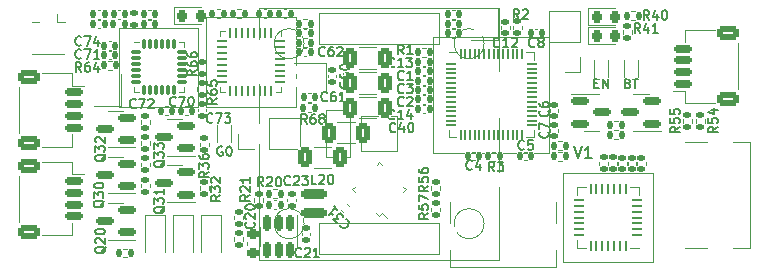
<source format=gbr>
%TF.GenerationSoftware,KiCad,Pcbnew,(6.0.5)*%
%TF.CreationDate,2022-11-18T19:02:11-05:00*%
%TF.ProjectId,SimpleMelt-Hardware,53696d70-6c65-44d6-956c-742d48617264,rev?*%
%TF.SameCoordinates,Original*%
%TF.FileFunction,Legend,Top*%
%TF.FilePolarity,Positive*%
%FSLAX46Y46*%
G04 Gerber Fmt 4.6, Leading zero omitted, Abs format (unit mm)*
G04 Created by KiCad (PCBNEW (6.0.5)) date 2022-11-18 19:02:11*
%MOMM*%
%LPD*%
G01*
G04 APERTURE LIST*
G04 Aperture macros list*
%AMRoundRect*
0 Rectangle with rounded corners*
0 $1 Rounding radius*
0 $2 $3 $4 $5 $6 $7 $8 $9 X,Y pos of 4 corners*
0 Add a 4 corners polygon primitive as box body*
4,1,4,$2,$3,$4,$5,$6,$7,$8,$9,$2,$3,0*
0 Add four circle primitives for the rounded corners*
1,1,$1+$1,$2,$3*
1,1,$1+$1,$4,$5*
1,1,$1+$1,$6,$7*
1,1,$1+$1,$8,$9*
0 Add four rect primitives between the rounded corners*
20,1,$1+$1,$2,$3,$4,$5,0*
20,1,$1+$1,$4,$5,$6,$7,0*
20,1,$1+$1,$6,$7,$8,$9,0*
20,1,$1+$1,$8,$9,$2,$3,0*%
%AMRotRect*
0 Rectangle, with rotation*
0 The origin of the aperture is its center*
0 $1 length*
0 $2 width*
0 $3 Rotation angle, in degrees counterclockwise*
0 Add horizontal line*
21,1,$1,$2,0,0,$3*%
%AMFreePoly0*
4,1,13,0.500000,-0.500000,0.000000,-0.500000,-0.095671,-0.480970,-0.176777,-0.426777,-0.230970,-0.345671,-0.250000,-0.250000,-0.250000,0.250000,-0.230970,0.345671,-0.176777,0.426777,-0.095671,0.480970,0.000000,0.500000,0.500000,0.500000,0.500000,-0.500000,0.500000,-0.500000,$1*%
%AMFreePoly1*
4,1,13,0.095671,0.480970,0.176777,0.426777,0.230970,0.345671,0.250000,0.250000,0.250000,-0.250000,0.230970,-0.345671,0.176777,-0.426777,0.095671,-0.480970,0.000000,-0.500000,-0.500000,-0.500000,-0.500000,0.500000,0.000000,0.500000,0.095671,0.480970,0.095671,0.480970,$1*%
G04 Aperture macros list end*
%ADD10C,0.120000*%
%ADD11C,0.200000*%
%ADD12C,0.100000*%
%ADD13RoundRect,0.250000X-0.312500X-0.625000X0.312500X-0.625000X0.312500X0.625000X-0.312500X0.625000X0*%
%ADD14RoundRect,0.135000X0.185000X-0.135000X0.185000X0.135000X-0.185000X0.135000X-0.185000X-0.135000X0*%
%ADD15RoundRect,0.135000X0.135000X0.185000X-0.135000X0.185000X-0.135000X-0.185000X0.135000X-0.185000X0*%
%ADD16RoundRect,0.135000X-0.135000X-0.185000X0.135000X-0.185000X0.135000X0.185000X-0.135000X0.185000X0*%
%ADD17FreePoly0,270.000000*%
%ADD18FreePoly1,270.000000*%
%ADD19RoundRect,0.140000X-0.170000X0.140000X-0.170000X-0.140000X0.170000X-0.140000X0.170000X0.140000X0*%
%ADD20R,1.000000X1.000000*%
%ADD21RoundRect,0.218750X-0.218750X-0.256250X0.218750X-0.256250X0.218750X0.256250X-0.218750X0.256250X0*%
%ADD22RoundRect,0.150000X-0.587500X-0.150000X0.587500X-0.150000X0.587500X0.150000X-0.587500X0.150000X0*%
%ADD23RoundRect,0.135000X-0.185000X0.135000X-0.185000X-0.135000X0.185000X-0.135000X0.185000X0.135000X0*%
%ADD24RoundRect,0.140000X-0.140000X-0.170000X0.140000X-0.170000X0.140000X0.170000X-0.140000X0.170000X0*%
%ADD25R,1.700000X1.700000*%
%ADD26O,1.700000X1.700000*%
%ADD27RoundRect,0.225000X0.250000X-0.225000X0.250000X0.225000X-0.250000X0.225000X-0.250000X-0.225000X0*%
%ADD28RoundRect,0.140000X0.140000X0.170000X-0.140000X0.170000X-0.140000X-0.170000X0.140000X-0.170000X0*%
%ADD29RoundRect,0.140000X0.170000X-0.140000X0.170000X0.140000X-0.170000X0.140000X-0.170000X-0.140000X0*%
%ADD30C,0.600000*%
%ADD31R,1.160000X0.600000*%
%ADD32R,1.160000X0.300000*%
%ADD33O,2.000000X0.900000*%
%ADD34O,1.700000X0.900000*%
%ADD35RoundRect,0.050000X-0.387500X-0.050000X0.387500X-0.050000X0.387500X0.050000X-0.387500X0.050000X0*%
%ADD36RoundRect,0.050000X-0.050000X-0.387500X0.050000X-0.387500X0.050000X0.387500X-0.050000X0.387500X0*%
%ADD37R,4.000000X4.000000*%
%ADD38RoundRect,0.150000X0.587500X0.150000X-0.587500X0.150000X-0.587500X-0.150000X0.587500X-0.150000X0*%
%ADD39RoundRect,0.212500X0.887500X-0.212500X0.887500X0.212500X-0.887500X0.212500X-0.887500X-0.212500X0*%
%ADD40RoundRect,0.075000X-0.350000X-0.075000X0.350000X-0.075000X0.350000X0.075000X-0.350000X0.075000X0*%
%ADD41RoundRect,0.075000X-0.075000X-0.350000X0.075000X-0.350000X0.075000X0.350000X-0.075000X0.350000X0*%
%ADD42R,2.650000X2.650000*%
%ADD43RoundRect,0.140000X0.219203X0.021213X0.021213X0.219203X-0.219203X-0.021213X-0.021213X-0.219203X0*%
%ADD44C,1.778000*%
%ADD45RotRect,1.000000X0.300000X135.000000*%
%ADD46RotRect,0.300000X1.000000X135.000000*%
%ADD47R,0.600000X1.160000*%
%ADD48R,0.300000X1.160000*%
%ADD49O,0.900000X2.000000*%
%ADD50O,0.900000X1.700000*%
%ADD51RoundRect,0.062500X0.337500X0.062500X-0.337500X0.062500X-0.337500X-0.062500X0.337500X-0.062500X0*%
%ADD52RoundRect,0.062500X0.062500X0.337500X-0.062500X0.337500X-0.062500X-0.337500X0.062500X-0.337500X0*%
%ADD53R,3.350000X3.350000*%
%ADD54R,0.800000X0.900000*%
%ADD55RoundRect,0.147500X0.172500X-0.147500X0.172500X0.147500X-0.172500X0.147500X-0.172500X-0.147500X0*%
%ADD56RoundRect,0.150000X-0.150000X0.512500X-0.150000X-0.512500X0.150000X-0.512500X0.150000X0.512500X0*%
%ADD57FreePoly0,90.000000*%
%ADD58FreePoly1,90.000000*%
%ADD59RoundRect,0.150000X-0.625000X0.150000X-0.625000X-0.150000X0.625000X-0.150000X0.625000X0.150000X0*%
%ADD60RoundRect,0.250000X-0.650000X0.350000X-0.650000X-0.350000X0.650000X-0.350000X0.650000X0.350000X0*%
%ADD61R,1.000000X1.050000*%
%ADD62R,1.050000X2.200000*%
%ADD63RoundRect,0.147500X0.147500X0.172500X-0.147500X0.172500X-0.147500X-0.172500X0.147500X-0.172500X0*%
%ADD64R,0.900000X0.800000*%
%ADD65RoundRect,0.062500X-0.062500X0.337500X-0.062500X-0.337500X0.062500X-0.337500X0.062500X0.337500X0*%
%ADD66RoundRect,0.062500X-0.337500X0.062500X-0.337500X-0.062500X0.337500X-0.062500X0.337500X0.062500X0*%
%ADD67R,3.700000X3.700000*%
%ADD68RoundRect,0.150000X0.625000X-0.150000X0.625000X0.150000X-0.625000X0.150000X-0.625000X-0.150000X0*%
%ADD69RoundRect,0.250000X0.650000X-0.350000X0.650000X0.350000X-0.650000X0.350000X-0.650000X-0.350000X0*%
G04 APERTURE END LIST*
D10*
X4600000Y8200000D02*
X14400000Y8200000D01*
X14400000Y8200000D02*
X14400000Y-1600000D01*
X14400000Y-1600000D02*
X4600000Y-1600000D01*
X4600000Y-1600000D02*
X4600000Y8200000D01*
X-22000000Y2250000D02*
X-15300000Y2250000D01*
X-15300000Y2250000D02*
X-15300000Y8950000D01*
X-15300000Y8950000D02*
X-22000000Y8950000D01*
X-22000000Y8950000D02*
X-22000000Y2250000D01*
X-5100000Y-7600000D02*
X5100000Y-7600000D01*
X5100000Y-7600000D02*
X5100000Y-10200000D01*
X5100000Y-10200000D02*
X-5100000Y-10200000D01*
X-5100000Y-10200000D02*
X-5100000Y-7600000D01*
X23200000Y-10900000D02*
X15600000Y-10900000D01*
X15600000Y-10900000D02*
X15600000Y-3300000D01*
X15600000Y-3300000D02*
X23200000Y-3300000D01*
X23200000Y-3300000D02*
X23200000Y-10900000D01*
X-7075000Y9900000D02*
X-14675000Y9900000D01*
X-14675000Y9900000D02*
X-14675000Y2300000D01*
X-14675000Y2300000D02*
X-7075000Y2300000D01*
X-7075000Y2300000D02*
X-7075000Y9900000D01*
X-5100000Y10200000D02*
X5100000Y10200000D01*
X5100000Y10200000D02*
X5100000Y7600000D01*
X5100000Y7600000D02*
X-5100000Y7600000D01*
X-5100000Y7600000D02*
X-5100000Y10200000D01*
D11*
X16490476Y-1052380D02*
X16823809Y-2052380D01*
X17157142Y-1052380D01*
X18014285Y-2052380D02*
X17442857Y-2052380D01*
X17728571Y-2052380D02*
X17728571Y-1052380D01*
X17633333Y-1195238D01*
X17538095Y-1290476D01*
X17442857Y-1338095D01*
X-13271428Y-1100000D02*
X-13347619Y-1061904D01*
X-13461904Y-1061904D01*
X-13576190Y-1100000D01*
X-13652380Y-1176190D01*
X-13690476Y-1252380D01*
X-13728571Y-1404761D01*
X-13728571Y-1519047D01*
X-13690476Y-1671428D01*
X-13652380Y-1747619D01*
X-13576190Y-1823809D01*
X-13461904Y-1861904D01*
X-13385714Y-1861904D01*
X-13271428Y-1823809D01*
X-13233333Y-1785714D01*
X-13233333Y-1519047D01*
X-13385714Y-1519047D01*
X-12738095Y-1061904D02*
X-12661904Y-1061904D01*
X-12585714Y-1100000D01*
X-12547619Y-1138095D01*
X-12509523Y-1214285D01*
X-12471428Y-1366666D01*
X-12471428Y-1557142D01*
X-12509523Y-1709523D01*
X-12547619Y-1785714D01*
X-12585714Y-1823809D01*
X-12661904Y-1861904D01*
X-12738095Y-1861904D01*
X-12814285Y-1823809D01*
X-12852380Y-1785714D01*
X-12890476Y-1709523D01*
X-12928571Y-1557142D01*
X-12928571Y-1366666D01*
X-12890476Y-1214285D01*
X-12852380Y-1138095D01*
X-12814285Y-1100000D01*
X-12738095Y-1061904D01*
X21052380Y4257142D02*
X21166666Y4219047D01*
X21204761Y4180952D01*
X21242857Y4104761D01*
X21242857Y3990476D01*
X21204761Y3914285D01*
X21166666Y3876190D01*
X21090476Y3838095D01*
X20785714Y3838095D01*
X20785714Y4638095D01*
X21052380Y4638095D01*
X21128571Y4600000D01*
X21166666Y4561904D01*
X21204761Y4485714D01*
X21204761Y4409523D01*
X21166666Y4333333D01*
X21128571Y4295238D01*
X21052380Y4257142D01*
X20785714Y4257142D01*
X21471428Y4638095D02*
X21928571Y4638095D01*
X21700000Y3838095D02*
X21700000Y4638095D01*
X18209523Y4257142D02*
X18476190Y4257142D01*
X18590476Y3838095D02*
X18209523Y3838095D01*
X18209523Y4638095D01*
X18590476Y4638095D01*
X18933333Y3838095D02*
X18933333Y4638095D01*
X19390476Y3838095D01*
X19390476Y4638095D01*
%TO.C,C12*%
X10185714Y7414285D02*
X10147619Y7376190D01*
X10033333Y7338095D01*
X9957142Y7338095D01*
X9842857Y7376190D01*
X9766666Y7452380D01*
X9728571Y7528571D01*
X9690476Y7680952D01*
X9690476Y7795238D01*
X9728571Y7947619D01*
X9766666Y8023809D01*
X9842857Y8100000D01*
X9957142Y8138095D01*
X10033333Y8138095D01*
X10147619Y8100000D01*
X10185714Y8061904D01*
X10947619Y7338095D02*
X10490476Y7338095D01*
X10719047Y7338095D02*
X10719047Y8138095D01*
X10642857Y8023809D01*
X10566666Y7947619D01*
X10490476Y7909523D01*
X11252380Y8061904D02*
X11290476Y8100000D01*
X11366666Y8138095D01*
X11557142Y8138095D01*
X11633333Y8100000D01*
X11671428Y8061904D01*
X11709523Y7985714D01*
X11709523Y7909523D01*
X11671428Y7795238D01*
X11214285Y7338095D01*
X11709523Y7338095D01*
%TO.C,R41*%
X22085714Y8538095D02*
X21819047Y8919047D01*
X21628571Y8538095D02*
X21628571Y9338095D01*
X21933333Y9338095D01*
X22009523Y9300000D01*
X22047619Y9261904D01*
X22085714Y9185714D01*
X22085714Y9071428D01*
X22047619Y8995238D01*
X22009523Y8957142D01*
X21933333Y8919047D01*
X21628571Y8919047D01*
X22771428Y9071428D02*
X22771428Y8538095D01*
X22580952Y9376190D02*
X22390476Y8804761D01*
X22885714Y8804761D01*
X23609523Y8538095D02*
X23152380Y8538095D01*
X23380952Y8538095D02*
X23380952Y9338095D01*
X23304761Y9223809D01*
X23228571Y9147619D01*
X23152380Y9109523D01*
%TO.C,C62*%
X-4614285Y6639285D02*
X-4652380Y6601190D01*
X-4766666Y6563095D01*
X-4842857Y6563095D01*
X-4957142Y6601190D01*
X-5033333Y6677380D01*
X-5071428Y6753571D01*
X-5109523Y6905952D01*
X-5109523Y7020238D01*
X-5071428Y7172619D01*
X-5033333Y7248809D01*
X-4957142Y7325000D01*
X-4842857Y7363095D01*
X-4766666Y7363095D01*
X-4652380Y7325000D01*
X-4614285Y7286904D01*
X-3928571Y7363095D02*
X-4080952Y7363095D01*
X-4157142Y7325000D01*
X-4195238Y7286904D01*
X-4271428Y7172619D01*
X-4309523Y7020238D01*
X-4309523Y6715476D01*
X-4271428Y6639285D01*
X-4233333Y6601190D01*
X-4157142Y6563095D01*
X-4004761Y6563095D01*
X-3928571Y6601190D01*
X-3890476Y6639285D01*
X-3852380Y6715476D01*
X-3852380Y6905952D01*
X-3890476Y6982142D01*
X-3928571Y7020238D01*
X-4004761Y7058333D01*
X-4157142Y7058333D01*
X-4233333Y7020238D01*
X-4271428Y6982142D01*
X-4309523Y6905952D01*
X-3547619Y7286904D02*
X-3509523Y7325000D01*
X-3433333Y7363095D01*
X-3242857Y7363095D01*
X-3166666Y7325000D01*
X-3128571Y7286904D01*
X-3090476Y7210714D01*
X-3090476Y7134523D01*
X-3128571Y7020238D01*
X-3585714Y6563095D01*
X-3090476Y6563095D01*
%TO.C,R56*%
X4161904Y-4424285D02*
X3780952Y-4690952D01*
X4161904Y-4881428D02*
X3361904Y-4881428D01*
X3361904Y-4576666D01*
X3400000Y-4500476D01*
X3438095Y-4462380D01*
X3514285Y-4424285D01*
X3628571Y-4424285D01*
X3704761Y-4462380D01*
X3742857Y-4500476D01*
X3780952Y-4576666D01*
X3780952Y-4881428D01*
X3361904Y-3700476D02*
X3361904Y-4081428D01*
X3742857Y-4119523D01*
X3704761Y-4081428D01*
X3666666Y-4005238D01*
X3666666Y-3814761D01*
X3704761Y-3738571D01*
X3742857Y-3700476D01*
X3819047Y-3662380D01*
X4009523Y-3662380D01*
X4085714Y-3700476D01*
X4123809Y-3738571D01*
X4161904Y-3814761D01*
X4161904Y-4005238D01*
X4123809Y-4081428D01*
X4085714Y-4119523D01*
X3361904Y-2976666D02*
X3361904Y-3129047D01*
X3400000Y-3205238D01*
X3438095Y-3243333D01*
X3552380Y-3319523D01*
X3704761Y-3357619D01*
X4009523Y-3357619D01*
X4085714Y-3319523D01*
X4123809Y-3281428D01*
X4161904Y-3205238D01*
X4161904Y-3052857D01*
X4123809Y-2976666D01*
X4085714Y-2938571D01*
X4009523Y-2900476D01*
X3819047Y-2900476D01*
X3742857Y-2938571D01*
X3704761Y-2976666D01*
X3666666Y-3052857D01*
X3666666Y-3205238D01*
X3704761Y-3281428D01*
X3742857Y-3319523D01*
X3819047Y-3357619D01*
%TO.C,C20*%
X-10614285Y-7514285D02*
X-10576190Y-7552380D01*
X-10538095Y-7666666D01*
X-10538095Y-7742857D01*
X-10576190Y-7857142D01*
X-10652380Y-7933333D01*
X-10728571Y-7971428D01*
X-10880952Y-8009523D01*
X-10995238Y-8009523D01*
X-11147619Y-7971428D01*
X-11223809Y-7933333D01*
X-11300000Y-7857142D01*
X-11338095Y-7742857D01*
X-11338095Y-7666666D01*
X-11300000Y-7552380D01*
X-11261904Y-7514285D01*
X-11261904Y-7209523D02*
X-11300000Y-7171428D01*
X-11338095Y-7095238D01*
X-11338095Y-6904761D01*
X-11300000Y-6828571D01*
X-11261904Y-6790476D01*
X-11185714Y-6752380D01*
X-11109523Y-6752380D01*
X-10995238Y-6790476D01*
X-10538095Y-7247619D01*
X-10538095Y-6752380D01*
X-11338095Y-6257142D02*
X-11338095Y-6180952D01*
X-11300000Y-6104761D01*
X-11261904Y-6066666D01*
X-11185714Y-6028571D01*
X-11033333Y-5990476D01*
X-10842857Y-5990476D01*
X-10690476Y-6028571D01*
X-10614285Y-6066666D01*
X-10576190Y-6104761D01*
X-10538095Y-6180952D01*
X-10538095Y-6257142D01*
X-10576190Y-6333333D01*
X-10614285Y-6371428D01*
X-10690476Y-6409523D01*
X-10842857Y-6447619D01*
X-11033333Y-6447619D01*
X-11185714Y-6409523D01*
X-11261904Y-6371428D01*
X-11300000Y-6333333D01*
X-11338095Y-6257142D01*
%TO.C,C4*%
X7866666Y-2985714D02*
X7828571Y-3023809D01*
X7714285Y-3061904D01*
X7638095Y-3061904D01*
X7523809Y-3023809D01*
X7447619Y-2947619D01*
X7409523Y-2871428D01*
X7371428Y-2719047D01*
X7371428Y-2604761D01*
X7409523Y-2452380D01*
X7447619Y-2376190D01*
X7523809Y-2300000D01*
X7638095Y-2261904D01*
X7714285Y-2261904D01*
X7828571Y-2300000D01*
X7866666Y-2338095D01*
X8552380Y-2528571D02*
X8552380Y-3061904D01*
X8361904Y-2223809D02*
X8171428Y-2795238D01*
X8666666Y-2795238D01*
%TO.C,R54*%
X28661904Y585714D02*
X28280952Y319047D01*
X28661904Y128571D02*
X27861904Y128571D01*
X27861904Y433333D01*
X27900000Y509523D01*
X27938095Y547619D01*
X28014285Y585714D01*
X28128571Y585714D01*
X28204761Y547619D01*
X28242857Y509523D01*
X28280952Y433333D01*
X28280952Y128571D01*
X27861904Y1309523D02*
X27861904Y928571D01*
X28242857Y890476D01*
X28204761Y928571D01*
X28166666Y1004761D01*
X28166666Y1195238D01*
X28204761Y1271428D01*
X28242857Y1309523D01*
X28319047Y1347619D01*
X28509523Y1347619D01*
X28585714Y1309523D01*
X28623809Y1271428D01*
X28661904Y1195238D01*
X28661904Y1004761D01*
X28623809Y928571D01*
X28585714Y890476D01*
X28128571Y2033333D02*
X28661904Y2033333D01*
X27823809Y1842857D02*
X28395238Y1652380D01*
X28395238Y2147619D01*
%TO.C,C7*%
X14285714Y146666D02*
X14323809Y108571D01*
X14361904Y-5714D01*
X14361904Y-81904D01*
X14323809Y-196190D01*
X14247619Y-272380D01*
X14171428Y-310476D01*
X14019047Y-348571D01*
X13904761Y-348571D01*
X13752380Y-310476D01*
X13676190Y-272380D01*
X13600000Y-196190D01*
X13561904Y-81904D01*
X13561904Y-5714D01*
X13600000Y108571D01*
X13638095Y146666D01*
X13561904Y413333D02*
X13561904Y946666D01*
X14361904Y603809D01*
%TO.C,C13*%
X1285714Y5714285D02*
X1247619Y5676190D01*
X1133333Y5638095D01*
X1057142Y5638095D01*
X942857Y5676190D01*
X866666Y5752380D01*
X828571Y5828571D01*
X790476Y5980952D01*
X790476Y6095238D01*
X828571Y6247619D01*
X866666Y6323809D01*
X942857Y6400000D01*
X1057142Y6438095D01*
X1133333Y6438095D01*
X1247619Y6400000D01*
X1285714Y6361904D01*
X2047619Y5638095D02*
X1590476Y5638095D01*
X1819047Y5638095D02*
X1819047Y6438095D01*
X1742857Y6323809D01*
X1666666Y6247619D01*
X1590476Y6209523D01*
X2314285Y6438095D02*
X2809523Y6438095D01*
X2542857Y6133333D01*
X2657142Y6133333D01*
X2733333Y6095238D01*
X2771428Y6057142D01*
X2809523Y5980952D01*
X2809523Y5790476D01*
X2771428Y5714285D01*
X2733333Y5676190D01*
X2657142Y5638095D01*
X2428571Y5638095D01*
X2352380Y5676190D01*
X2314285Y5714285D01*
%TO.C,C61*%
X-4414285Y2814285D02*
X-4452380Y2776190D01*
X-4566666Y2738095D01*
X-4642857Y2738095D01*
X-4757142Y2776190D01*
X-4833333Y2852380D01*
X-4871428Y2928571D01*
X-4909523Y3080952D01*
X-4909523Y3195238D01*
X-4871428Y3347619D01*
X-4833333Y3423809D01*
X-4757142Y3500000D01*
X-4642857Y3538095D01*
X-4566666Y3538095D01*
X-4452380Y3500000D01*
X-4414285Y3461904D01*
X-3728571Y3538095D02*
X-3880952Y3538095D01*
X-3957142Y3500000D01*
X-3995238Y3461904D01*
X-4071428Y3347619D01*
X-4109523Y3195238D01*
X-4109523Y2890476D01*
X-4071428Y2814285D01*
X-4033333Y2776190D01*
X-3957142Y2738095D01*
X-3804761Y2738095D01*
X-3728571Y2776190D01*
X-3690476Y2814285D01*
X-3652380Y2890476D01*
X-3652380Y3080952D01*
X-3690476Y3157142D01*
X-3728571Y3195238D01*
X-3804761Y3233333D01*
X-3957142Y3233333D01*
X-4033333Y3195238D01*
X-4071428Y3157142D01*
X-4109523Y3080952D01*
X-2890476Y2738095D02*
X-3347619Y2738095D01*
X-3119047Y2738095D02*
X-3119047Y3538095D01*
X-3195238Y3423809D01*
X-3271428Y3347619D01*
X-3347619Y3309523D01*
%TO.C,R36*%
X-14438095Y-3214285D02*
X-14819047Y-3480952D01*
X-14438095Y-3671428D02*
X-15238095Y-3671428D01*
X-15238095Y-3366666D01*
X-15200000Y-3290476D01*
X-15161904Y-3252380D01*
X-15085714Y-3214285D01*
X-14971428Y-3214285D01*
X-14895238Y-3252380D01*
X-14857142Y-3290476D01*
X-14819047Y-3366666D01*
X-14819047Y-3671428D01*
X-15238095Y-2947619D02*
X-15238095Y-2452380D01*
X-14933333Y-2719047D01*
X-14933333Y-2604761D01*
X-14895238Y-2528571D01*
X-14857142Y-2490476D01*
X-14780952Y-2452380D01*
X-14590476Y-2452380D01*
X-14514285Y-2490476D01*
X-14476190Y-2528571D01*
X-14438095Y-2604761D01*
X-14438095Y-2833333D01*
X-14476190Y-2909523D01*
X-14514285Y-2947619D01*
X-15238095Y-1766666D02*
X-15238095Y-1919047D01*
X-15200000Y-1995238D01*
X-15161904Y-2033333D01*
X-15047619Y-2109523D01*
X-14895238Y-2147619D01*
X-14590476Y-2147619D01*
X-14514285Y-2109523D01*
X-14476190Y-2071428D01*
X-14438095Y-1995238D01*
X-14438095Y-1842857D01*
X-14476190Y-1766666D01*
X-14514285Y-1728571D01*
X-14590476Y-1690476D01*
X-14780952Y-1690476D01*
X-14857142Y-1728571D01*
X-14895238Y-1766666D01*
X-14933333Y-1842857D01*
X-14933333Y-1995238D01*
X-14895238Y-2071428D01*
X-14857142Y-2109523D01*
X-14780952Y-2147619D01*
%TO.C,R20*%
X-9814285Y-4461904D02*
X-10080952Y-4080952D01*
X-10271428Y-4461904D02*
X-10271428Y-3661904D01*
X-9966666Y-3661904D01*
X-9890476Y-3700000D01*
X-9852380Y-3738095D01*
X-9814285Y-3814285D01*
X-9814285Y-3928571D01*
X-9852380Y-4004761D01*
X-9890476Y-4042857D01*
X-9966666Y-4080952D01*
X-10271428Y-4080952D01*
X-9509523Y-3738095D02*
X-9471428Y-3700000D01*
X-9395238Y-3661904D01*
X-9204761Y-3661904D01*
X-9128571Y-3700000D01*
X-9090476Y-3738095D01*
X-9052380Y-3814285D01*
X-9052380Y-3890476D01*
X-9090476Y-4004761D01*
X-9547619Y-4461904D01*
X-9052380Y-4461904D01*
X-8557142Y-3661904D02*
X-8480952Y-3661904D01*
X-8404761Y-3700000D01*
X-8366666Y-3738095D01*
X-8328571Y-3814285D01*
X-8290476Y-3966666D01*
X-8290476Y-4157142D01*
X-8328571Y-4309523D01*
X-8366666Y-4385714D01*
X-8404761Y-4423809D01*
X-8480952Y-4461904D01*
X-8557142Y-4461904D01*
X-8633333Y-4423809D01*
X-8671428Y-4385714D01*
X-8709523Y-4309523D01*
X-8747619Y-4157142D01*
X-8747619Y-3966666D01*
X-8709523Y-3814285D01*
X-8671428Y-3738095D01*
X-8633333Y-3700000D01*
X-8557142Y-3661904D01*
%TO.C,C70*%
X-17214285Y2414285D02*
X-17252380Y2376190D01*
X-17366666Y2338095D01*
X-17442857Y2338095D01*
X-17557142Y2376190D01*
X-17633333Y2452380D01*
X-17671428Y2528571D01*
X-17709523Y2680952D01*
X-17709523Y2795238D01*
X-17671428Y2947619D01*
X-17633333Y3023809D01*
X-17557142Y3100000D01*
X-17442857Y3138095D01*
X-17366666Y3138095D01*
X-17252380Y3100000D01*
X-17214285Y3061904D01*
X-16947619Y3138095D02*
X-16414285Y3138095D01*
X-16757142Y2338095D01*
X-15957142Y3138095D02*
X-15880952Y3138095D01*
X-15804761Y3100000D01*
X-15766666Y3061904D01*
X-15728571Y2985714D01*
X-15690476Y2833333D01*
X-15690476Y2642857D01*
X-15728571Y2490476D01*
X-15766666Y2414285D01*
X-15804761Y2376190D01*
X-15880952Y2338095D01*
X-15957142Y2338095D01*
X-16033333Y2376190D01*
X-16071428Y2414285D01*
X-16109523Y2490476D01*
X-16147619Y2642857D01*
X-16147619Y2833333D01*
X-16109523Y2985714D01*
X-16071428Y3061904D01*
X-16033333Y3100000D01*
X-15957142Y3138095D01*
%TO.C,Q20*%
X-23161904Y-9557142D02*
X-23200000Y-9633333D01*
X-23276190Y-9709523D01*
X-23390476Y-9823809D01*
X-23428571Y-9900000D01*
X-23428571Y-9976190D01*
X-23238095Y-9938095D02*
X-23276190Y-10014285D01*
X-23352380Y-10090476D01*
X-23504761Y-10128571D01*
X-23771428Y-10128571D01*
X-23923809Y-10090476D01*
X-24000000Y-10014285D01*
X-24038095Y-9938095D01*
X-24038095Y-9785714D01*
X-24000000Y-9709523D01*
X-23923809Y-9633333D01*
X-23771428Y-9595238D01*
X-23504761Y-9595238D01*
X-23352380Y-9633333D01*
X-23276190Y-9709523D01*
X-23238095Y-9785714D01*
X-23238095Y-9938095D01*
X-23961904Y-9290476D02*
X-24000000Y-9252380D01*
X-24038095Y-9176190D01*
X-24038095Y-8985714D01*
X-24000000Y-8909523D01*
X-23961904Y-8871428D01*
X-23885714Y-8833333D01*
X-23809523Y-8833333D01*
X-23695238Y-8871428D01*
X-23238095Y-9328571D01*
X-23238095Y-8833333D01*
X-24038095Y-8338095D02*
X-24038095Y-8261904D01*
X-24000000Y-8185714D01*
X-23961904Y-8147619D01*
X-23885714Y-8109523D01*
X-23733333Y-8071428D01*
X-23542857Y-8071428D01*
X-23390476Y-8109523D01*
X-23314285Y-8147619D01*
X-23276190Y-8185714D01*
X-23238095Y-8261904D01*
X-23238095Y-8338095D01*
X-23276190Y-8414285D01*
X-23314285Y-8452380D01*
X-23390476Y-8490476D01*
X-23542857Y-8528571D01*
X-23733333Y-8528571D01*
X-23885714Y-8490476D01*
X-23961904Y-8452380D01*
X-24000000Y-8414285D01*
X-24038095Y-8338095D01*
%TO.C,C74*%
X-25214285Y7514285D02*
X-25252380Y7476190D01*
X-25366666Y7438095D01*
X-25442857Y7438095D01*
X-25557142Y7476190D01*
X-25633333Y7552380D01*
X-25671428Y7628571D01*
X-25709523Y7780952D01*
X-25709523Y7895238D01*
X-25671428Y8047619D01*
X-25633333Y8123809D01*
X-25557142Y8200000D01*
X-25442857Y8238095D01*
X-25366666Y8238095D01*
X-25252380Y8200000D01*
X-25214285Y8161904D01*
X-24947619Y8238095D02*
X-24414285Y8238095D01*
X-24757142Y7438095D01*
X-23766666Y7971428D02*
X-23766666Y7438095D01*
X-23957142Y8276190D02*
X-24147619Y7704761D01*
X-23652380Y7704761D01*
%TO.C,R1*%
X2066666Y6738095D02*
X1800000Y7119047D01*
X1609523Y6738095D02*
X1609523Y7538095D01*
X1914285Y7538095D01*
X1990476Y7500000D01*
X2028571Y7461904D01*
X2066666Y7385714D01*
X2066666Y7271428D01*
X2028571Y7195238D01*
X1990476Y7157142D01*
X1914285Y7119047D01*
X1609523Y7119047D01*
X2828571Y6738095D02*
X2371428Y6738095D01*
X2600000Y6738095D02*
X2600000Y7538095D01*
X2523809Y7423809D01*
X2447619Y7347619D01*
X2371428Y7309523D01*
%TO.C,L20*%
X-5314285Y-4261904D02*
X-5695238Y-4261904D01*
X-5695238Y-3461904D01*
X-5085714Y-3538095D02*
X-5047619Y-3500000D01*
X-4971428Y-3461904D01*
X-4780952Y-3461904D01*
X-4704761Y-3500000D01*
X-4666666Y-3538095D01*
X-4628571Y-3614285D01*
X-4628571Y-3690476D01*
X-4666666Y-3804761D01*
X-5123809Y-4261904D01*
X-4628571Y-4261904D01*
X-4133333Y-3461904D02*
X-4057142Y-3461904D01*
X-3980952Y-3500000D01*
X-3942857Y-3538095D01*
X-3904761Y-3614285D01*
X-3866666Y-3766666D01*
X-3866666Y-3957142D01*
X-3904761Y-4109523D01*
X-3942857Y-4185714D01*
X-3980952Y-4223809D01*
X-4057142Y-4261904D01*
X-4133333Y-4261904D01*
X-4209523Y-4223809D01*
X-4247619Y-4185714D01*
X-4285714Y-4109523D01*
X-4323809Y-3957142D01*
X-4323809Y-3766666D01*
X-4285714Y-3614285D01*
X-4247619Y-3538095D01*
X-4209523Y-3500000D01*
X-4133333Y-3461904D01*
%TO.C,R32*%
X-13438095Y-5214285D02*
X-13819047Y-5480952D01*
X-13438095Y-5671428D02*
X-14238095Y-5671428D01*
X-14238095Y-5366666D01*
X-14200000Y-5290476D01*
X-14161904Y-5252380D01*
X-14085714Y-5214285D01*
X-13971428Y-5214285D01*
X-13895238Y-5252380D01*
X-13857142Y-5290476D01*
X-13819047Y-5366666D01*
X-13819047Y-5671428D01*
X-14238095Y-4947619D02*
X-14238095Y-4452380D01*
X-13933333Y-4719047D01*
X-13933333Y-4604761D01*
X-13895238Y-4528571D01*
X-13857142Y-4490476D01*
X-13780952Y-4452380D01*
X-13590476Y-4452380D01*
X-13514285Y-4490476D01*
X-13476190Y-4528571D01*
X-13438095Y-4604761D01*
X-13438095Y-4833333D01*
X-13476190Y-4909523D01*
X-13514285Y-4947619D01*
X-14161904Y-4147619D02*
X-14200000Y-4109523D01*
X-14238095Y-4033333D01*
X-14238095Y-3842857D01*
X-14200000Y-3766666D01*
X-14161904Y-3728571D01*
X-14085714Y-3690476D01*
X-14009523Y-3690476D01*
X-13895238Y-3728571D01*
X-13438095Y-4185714D01*
X-13438095Y-3690476D01*
%TO.C,R2*%
X11866666Y9738095D02*
X11600000Y10119047D01*
X11409523Y9738095D02*
X11409523Y10538095D01*
X11714285Y10538095D01*
X11790476Y10500000D01*
X11828571Y10461904D01*
X11866666Y10385714D01*
X11866666Y10271428D01*
X11828571Y10195238D01*
X11790476Y10157142D01*
X11714285Y10119047D01*
X11409523Y10119047D01*
X12171428Y10461904D02*
X12209523Y10500000D01*
X12285714Y10538095D01*
X12476190Y10538095D01*
X12552380Y10500000D01*
X12590476Y10461904D01*
X12628571Y10385714D01*
X12628571Y10309523D01*
X12590476Y10195238D01*
X12133333Y9738095D01*
X12628571Y9738095D01*
%TO.C,C6*%
X14285714Y1954502D02*
X14323809Y1916407D01*
X14361904Y1802121D01*
X14361904Y1725931D01*
X14323809Y1611645D01*
X14247619Y1535455D01*
X14171428Y1497359D01*
X14019047Y1459264D01*
X13904761Y1459264D01*
X13752380Y1497359D01*
X13676190Y1535455D01*
X13600000Y1611645D01*
X13561904Y1725931D01*
X13561904Y1802121D01*
X13600000Y1916407D01*
X13638095Y1954502D01*
X13561904Y2640216D02*
X13561904Y2487836D01*
X13600000Y2411645D01*
X13638095Y2373550D01*
X13752380Y2297359D01*
X13904761Y2259264D01*
X14209523Y2259264D01*
X14285714Y2297359D01*
X14323809Y2335455D01*
X14361904Y2411645D01*
X14361904Y2564026D01*
X14323809Y2640216D01*
X14285714Y2678312D01*
X14209523Y2716407D01*
X14019047Y2716407D01*
X13942857Y2678312D01*
X13904761Y2640216D01*
X13866666Y2564026D01*
X13866666Y2411645D01*
X13904761Y2335455D01*
X13942857Y2297359D01*
X14019047Y2259264D01*
%TO.C,C14*%
X1285714Y1314285D02*
X1247619Y1276190D01*
X1133333Y1238095D01*
X1057142Y1238095D01*
X942857Y1276190D01*
X866666Y1352380D01*
X828571Y1428571D01*
X790476Y1580952D01*
X790476Y1695238D01*
X828571Y1847619D01*
X866666Y1923809D01*
X942857Y2000000D01*
X1057142Y2038095D01*
X1133333Y2038095D01*
X1247619Y2000000D01*
X1285714Y1961904D01*
X2047619Y1238095D02*
X1590476Y1238095D01*
X1819047Y1238095D02*
X1819047Y2038095D01*
X1742857Y1923809D01*
X1666666Y1847619D01*
X1590476Y1809523D01*
X2733333Y1771428D02*
X2733333Y1238095D01*
X2542857Y2076190D02*
X2352380Y1504761D01*
X2847619Y1504761D01*
%TO.C,C1*%
X2066666Y4614285D02*
X2028571Y4576190D01*
X1914285Y4538095D01*
X1838095Y4538095D01*
X1723809Y4576190D01*
X1647619Y4652380D01*
X1609523Y4728571D01*
X1571428Y4880952D01*
X1571428Y4995238D01*
X1609523Y5147619D01*
X1647619Y5223809D01*
X1723809Y5300000D01*
X1838095Y5338095D01*
X1914285Y5338095D01*
X2028571Y5300000D01*
X2066666Y5261904D01*
X2828571Y4538095D02*
X2371428Y4538095D01*
X2600000Y4538095D02*
X2600000Y5338095D01*
X2523809Y5223809D01*
X2447619Y5147619D01*
X2371428Y5109523D01*
%TO.C,Q33*%
X-18161904Y-2257142D02*
X-18200000Y-2333333D01*
X-18276190Y-2409523D01*
X-18390476Y-2523809D01*
X-18428571Y-2600000D01*
X-18428571Y-2676190D01*
X-18238095Y-2638095D02*
X-18276190Y-2714285D01*
X-18352380Y-2790476D01*
X-18504761Y-2828571D01*
X-18771428Y-2828571D01*
X-18923809Y-2790476D01*
X-19000000Y-2714285D01*
X-19038095Y-2638095D01*
X-19038095Y-2485714D01*
X-19000000Y-2409523D01*
X-18923809Y-2333333D01*
X-18771428Y-2295238D01*
X-18504761Y-2295238D01*
X-18352380Y-2333333D01*
X-18276190Y-2409523D01*
X-18238095Y-2485714D01*
X-18238095Y-2638095D01*
X-19038095Y-2028571D02*
X-19038095Y-1533333D01*
X-18733333Y-1800000D01*
X-18733333Y-1685714D01*
X-18695238Y-1609523D01*
X-18657142Y-1571428D01*
X-18580952Y-1533333D01*
X-18390476Y-1533333D01*
X-18314285Y-1571428D01*
X-18276190Y-1609523D01*
X-18238095Y-1685714D01*
X-18238095Y-1914285D01*
X-18276190Y-1990476D01*
X-18314285Y-2028571D01*
X-19038095Y-1266666D02*
X-19038095Y-771428D01*
X-18733333Y-1038095D01*
X-18733333Y-923809D01*
X-18695238Y-847619D01*
X-18657142Y-809523D01*
X-18580952Y-771428D01*
X-18390476Y-771428D01*
X-18314285Y-809523D01*
X-18276190Y-847619D01*
X-18238095Y-923809D01*
X-18238095Y-1152380D01*
X-18276190Y-1228571D01*
X-18314285Y-1266666D01*
%TO.C,R66*%
X-15438095Y5385714D02*
X-15819047Y5119047D01*
X-15438095Y4928571D02*
X-16238095Y4928571D01*
X-16238095Y5233333D01*
X-16200000Y5309523D01*
X-16161904Y5347619D01*
X-16085714Y5385714D01*
X-15971428Y5385714D01*
X-15895238Y5347619D01*
X-15857142Y5309523D01*
X-15819047Y5233333D01*
X-15819047Y4928571D01*
X-16238095Y6071428D02*
X-16238095Y5919047D01*
X-16200000Y5842857D01*
X-16161904Y5804761D01*
X-16047619Y5728571D01*
X-15895238Y5690476D01*
X-15590476Y5690476D01*
X-15514285Y5728571D01*
X-15476190Y5766666D01*
X-15438095Y5842857D01*
X-15438095Y5995238D01*
X-15476190Y6071428D01*
X-15514285Y6109523D01*
X-15590476Y6147619D01*
X-15780952Y6147619D01*
X-15857142Y6109523D01*
X-15895238Y6071428D01*
X-15933333Y5995238D01*
X-15933333Y5842857D01*
X-15895238Y5766666D01*
X-15857142Y5728571D01*
X-15780952Y5690476D01*
X-16238095Y6833333D02*
X-16238095Y6680952D01*
X-16200000Y6604761D01*
X-16161904Y6566666D01*
X-16047619Y6490476D01*
X-15895238Y6452380D01*
X-15590476Y6452380D01*
X-15514285Y6490476D01*
X-15476190Y6528571D01*
X-15438095Y6604761D01*
X-15438095Y6757142D01*
X-15476190Y6833333D01*
X-15514285Y6871428D01*
X-15590476Y6909523D01*
X-15780952Y6909523D01*
X-15857142Y6871428D01*
X-15895238Y6833333D01*
X-15933333Y6757142D01*
X-15933333Y6604761D01*
X-15895238Y6528571D01*
X-15857142Y6490476D01*
X-15780952Y6452380D01*
%TO.C,C31*%
X-2834314Y-7261624D02*
X-2780439Y-7261624D01*
X-2672690Y-7315499D01*
X-2618815Y-7369374D01*
X-2564940Y-7477123D01*
X-2564940Y-7584873D01*
X-2591877Y-7665685D01*
X-2672690Y-7800372D01*
X-2753502Y-7881184D01*
X-2888189Y-7961996D01*
X-2969001Y-7988934D01*
X-3076751Y-7988934D01*
X-3184500Y-7935059D01*
X-3238375Y-7881184D01*
X-3292250Y-7773435D01*
X-3292250Y-7719560D01*
X-3534687Y-7584873D02*
X-3884873Y-7234687D01*
X-3480812Y-7207749D01*
X-3561624Y-7126937D01*
X-3588561Y-7046125D01*
X-3588561Y-6992250D01*
X-3561624Y-6911438D01*
X-3426937Y-6776751D01*
X-3346125Y-6749813D01*
X-3292250Y-6749813D01*
X-3211438Y-6776751D01*
X-3049813Y-6938375D01*
X-3022876Y-7019187D01*
X-3022876Y-7073062D01*
X-3857935Y-6130253D02*
X-3534687Y-6453502D01*
X-3696311Y-6291877D02*
X-4261996Y-6857563D01*
X-4127309Y-6830625D01*
X-4019560Y-6830625D01*
X-3938748Y-6857563D01*
%TO.C,R55*%
X25461904Y575714D02*
X25080952Y309047D01*
X25461904Y118571D02*
X24661904Y118571D01*
X24661904Y423333D01*
X24700000Y499523D01*
X24738095Y537619D01*
X24814285Y575714D01*
X24928571Y575714D01*
X25004761Y537619D01*
X25042857Y499523D01*
X25080952Y423333D01*
X25080952Y118571D01*
X24661904Y1299523D02*
X24661904Y918571D01*
X25042857Y880476D01*
X25004761Y918571D01*
X24966666Y994761D01*
X24966666Y1185238D01*
X25004761Y1261428D01*
X25042857Y1299523D01*
X25119047Y1337619D01*
X25309523Y1337619D01*
X25385714Y1299523D01*
X25423809Y1261428D01*
X25461904Y1185238D01*
X25461904Y994761D01*
X25423809Y918571D01*
X25385714Y880476D01*
X24661904Y2061428D02*
X24661904Y1680476D01*
X25042857Y1642380D01*
X25004761Y1680476D01*
X24966666Y1756666D01*
X24966666Y1947142D01*
X25004761Y2023333D01*
X25042857Y2061428D01*
X25119047Y2099523D01*
X25309523Y2099523D01*
X25385714Y2061428D01*
X25423809Y2023333D01*
X25461904Y1947142D01*
X25461904Y1756666D01*
X25423809Y1680476D01*
X25385714Y1642380D01*
%TO.C,C3*%
X2066666Y3514285D02*
X2028571Y3476190D01*
X1914285Y3438095D01*
X1838095Y3438095D01*
X1723809Y3476190D01*
X1647619Y3552380D01*
X1609523Y3628571D01*
X1571428Y3780952D01*
X1571428Y3895238D01*
X1609523Y4047619D01*
X1647619Y4123809D01*
X1723809Y4200000D01*
X1838095Y4238095D01*
X1914285Y4238095D01*
X2028571Y4200000D01*
X2066666Y4161904D01*
X2333333Y4238095D02*
X2828571Y4238095D01*
X2561904Y3933333D01*
X2676190Y3933333D01*
X2752380Y3895238D01*
X2790476Y3857142D01*
X2828571Y3780952D01*
X2828571Y3590476D01*
X2790476Y3514285D01*
X2752380Y3476190D01*
X2676190Y3438095D01*
X2447619Y3438095D01*
X2371428Y3476190D01*
X2333333Y3514285D01*
%TO.C,R40*%
X22885714Y9638095D02*
X22619047Y10019047D01*
X22428571Y9638095D02*
X22428571Y10438095D01*
X22733333Y10438095D01*
X22809523Y10400000D01*
X22847619Y10361904D01*
X22885714Y10285714D01*
X22885714Y10171428D01*
X22847619Y10095238D01*
X22809523Y10057142D01*
X22733333Y10019047D01*
X22428571Y10019047D01*
X23571428Y10171428D02*
X23571428Y9638095D01*
X23380952Y10476190D02*
X23190476Y9904761D01*
X23685714Y9904761D01*
X24142857Y10438095D02*
X24219047Y10438095D01*
X24295238Y10400000D01*
X24333333Y10361904D01*
X24371428Y10285714D01*
X24409523Y10133333D01*
X24409523Y9942857D01*
X24371428Y9790476D01*
X24333333Y9714285D01*
X24295238Y9676190D01*
X24219047Y9638095D01*
X24142857Y9638095D01*
X24066666Y9676190D01*
X24028571Y9714285D01*
X23990476Y9790476D01*
X23952380Y9942857D01*
X23952380Y10133333D01*
X23990476Y10285714D01*
X24028571Y10361904D01*
X24066666Y10400000D01*
X24142857Y10438095D01*
%TO.C,Q30*%
X-23261904Y-5657142D02*
X-23300000Y-5733333D01*
X-23376190Y-5809523D01*
X-23490476Y-5923809D01*
X-23528571Y-6000000D01*
X-23528571Y-6076190D01*
X-23338095Y-6038095D02*
X-23376190Y-6114285D01*
X-23452380Y-6190476D01*
X-23604761Y-6228571D01*
X-23871428Y-6228571D01*
X-24023809Y-6190476D01*
X-24100000Y-6114285D01*
X-24138095Y-6038095D01*
X-24138095Y-5885714D01*
X-24100000Y-5809523D01*
X-24023809Y-5733333D01*
X-23871428Y-5695238D01*
X-23604761Y-5695238D01*
X-23452380Y-5733333D01*
X-23376190Y-5809523D01*
X-23338095Y-5885714D01*
X-23338095Y-6038095D01*
X-24138095Y-5428571D02*
X-24138095Y-4933333D01*
X-23833333Y-5200000D01*
X-23833333Y-5085714D01*
X-23795238Y-5009523D01*
X-23757142Y-4971428D01*
X-23680952Y-4933333D01*
X-23490476Y-4933333D01*
X-23414285Y-4971428D01*
X-23376190Y-5009523D01*
X-23338095Y-5085714D01*
X-23338095Y-5314285D01*
X-23376190Y-5390476D01*
X-23414285Y-5428571D01*
X-24138095Y-4438095D02*
X-24138095Y-4361904D01*
X-24100000Y-4285714D01*
X-24061904Y-4247619D01*
X-23985714Y-4209523D01*
X-23833333Y-4171428D01*
X-23642857Y-4171428D01*
X-23490476Y-4209523D01*
X-23414285Y-4247619D01*
X-23376190Y-4285714D01*
X-23338095Y-4361904D01*
X-23338095Y-4438095D01*
X-23376190Y-4514285D01*
X-23414285Y-4552380D01*
X-23490476Y-4590476D01*
X-23642857Y-4628571D01*
X-23833333Y-4628571D01*
X-23985714Y-4590476D01*
X-24061904Y-4552380D01*
X-24100000Y-4514285D01*
X-24138095Y-4438095D01*
%TO.C,R65*%
X-13738095Y2985714D02*
X-14119047Y2719047D01*
X-13738095Y2528571D02*
X-14538095Y2528571D01*
X-14538095Y2833333D01*
X-14500000Y2909523D01*
X-14461904Y2947619D01*
X-14385714Y2985714D01*
X-14271428Y2985714D01*
X-14195238Y2947619D01*
X-14157142Y2909523D01*
X-14119047Y2833333D01*
X-14119047Y2528571D01*
X-14538095Y3671428D02*
X-14538095Y3519047D01*
X-14500000Y3442857D01*
X-14461904Y3404761D01*
X-14347619Y3328571D01*
X-14195238Y3290476D01*
X-13890476Y3290476D01*
X-13814285Y3328571D01*
X-13776190Y3366666D01*
X-13738095Y3442857D01*
X-13738095Y3595238D01*
X-13776190Y3671428D01*
X-13814285Y3709523D01*
X-13890476Y3747619D01*
X-14080952Y3747619D01*
X-14157142Y3709523D01*
X-14195238Y3671428D01*
X-14233333Y3595238D01*
X-14233333Y3442857D01*
X-14195238Y3366666D01*
X-14157142Y3328571D01*
X-14080952Y3290476D01*
X-14538095Y4471428D02*
X-14538095Y4090476D01*
X-14157142Y4052380D01*
X-14195238Y4090476D01*
X-14233333Y4166666D01*
X-14233333Y4357142D01*
X-14195238Y4433333D01*
X-14157142Y4471428D01*
X-14080952Y4509523D01*
X-13890476Y4509523D01*
X-13814285Y4471428D01*
X-13776190Y4433333D01*
X-13738095Y4357142D01*
X-13738095Y4166666D01*
X-13776190Y4090476D01*
X-13814285Y4052380D01*
%TO.C,C5*%
X12266666Y-1285714D02*
X12228571Y-1323809D01*
X12114285Y-1361904D01*
X12038095Y-1361904D01*
X11923809Y-1323809D01*
X11847619Y-1247619D01*
X11809523Y-1171428D01*
X11771428Y-1019047D01*
X11771428Y-904761D01*
X11809523Y-752380D01*
X11847619Y-676190D01*
X11923809Y-600000D01*
X12038095Y-561904D01*
X12114285Y-561904D01*
X12228571Y-600000D01*
X12266666Y-638095D01*
X12990476Y-561904D02*
X12609523Y-561904D01*
X12571428Y-942857D01*
X12609523Y-904761D01*
X12685714Y-866666D01*
X12876190Y-866666D01*
X12952380Y-904761D01*
X12990476Y-942857D01*
X13028571Y-1019047D01*
X13028571Y-1209523D01*
X12990476Y-1285714D01*
X12952380Y-1323809D01*
X12876190Y-1361904D01*
X12685714Y-1361904D01*
X12609523Y-1323809D01*
X12571428Y-1285714D01*
%TO.C,R64*%
X-25214285Y5238095D02*
X-25480952Y5619047D01*
X-25671428Y5238095D02*
X-25671428Y6038095D01*
X-25366666Y6038095D01*
X-25290476Y6000000D01*
X-25252380Y5961904D01*
X-25214285Y5885714D01*
X-25214285Y5771428D01*
X-25252380Y5695238D01*
X-25290476Y5657142D01*
X-25366666Y5619047D01*
X-25671428Y5619047D01*
X-24528571Y6038095D02*
X-24680952Y6038095D01*
X-24757142Y6000000D01*
X-24795238Y5961904D01*
X-24871428Y5847619D01*
X-24909523Y5695238D01*
X-24909523Y5390476D01*
X-24871428Y5314285D01*
X-24833333Y5276190D01*
X-24757142Y5238095D01*
X-24604761Y5238095D01*
X-24528571Y5276190D01*
X-24490476Y5314285D01*
X-24452380Y5390476D01*
X-24452380Y5580952D01*
X-24490476Y5657142D01*
X-24528571Y5695238D01*
X-24604761Y5733333D01*
X-24757142Y5733333D01*
X-24833333Y5695238D01*
X-24871428Y5657142D01*
X-24909523Y5580952D01*
X-23766666Y5771428D02*
X-23766666Y5238095D01*
X-23957142Y6076190D02*
X-24147619Y5504761D01*
X-23652380Y5504761D01*
%TO.C,C40*%
X1385714Y214285D02*
X1347619Y176190D01*
X1233333Y138095D01*
X1157142Y138095D01*
X1042857Y176190D01*
X966666Y252380D01*
X928571Y328571D01*
X890476Y480952D01*
X890476Y595238D01*
X928571Y747619D01*
X966666Y823809D01*
X1042857Y900000D01*
X1157142Y938095D01*
X1233333Y938095D01*
X1347619Y900000D01*
X1385714Y861904D01*
X2071428Y671428D02*
X2071428Y138095D01*
X1880952Y976190D02*
X1690476Y404761D01*
X2185714Y404761D01*
X2642857Y938095D02*
X2719047Y938095D01*
X2795238Y900000D01*
X2833333Y861904D01*
X2871428Y785714D01*
X2909523Y633333D01*
X2909523Y442857D01*
X2871428Y290476D01*
X2833333Y214285D01*
X2795238Y176190D01*
X2719047Y138095D01*
X2642857Y138095D01*
X2566666Y176190D01*
X2528571Y214285D01*
X2490476Y290476D01*
X2452380Y442857D01*
X2452380Y633333D01*
X2490476Y785714D01*
X2528571Y861904D01*
X2566666Y900000D01*
X2642857Y938095D01*
%TO.C,Q31*%
X-18161904Y-6157142D02*
X-18200000Y-6233333D01*
X-18276190Y-6309523D01*
X-18390476Y-6423809D01*
X-18428571Y-6500000D01*
X-18428571Y-6576190D01*
X-18238095Y-6538095D02*
X-18276190Y-6614285D01*
X-18352380Y-6690476D01*
X-18504761Y-6728571D01*
X-18771428Y-6728571D01*
X-18923809Y-6690476D01*
X-19000000Y-6614285D01*
X-19038095Y-6538095D01*
X-19038095Y-6385714D01*
X-19000000Y-6309523D01*
X-18923809Y-6233333D01*
X-18771428Y-6195238D01*
X-18504761Y-6195238D01*
X-18352380Y-6233333D01*
X-18276190Y-6309523D01*
X-18238095Y-6385714D01*
X-18238095Y-6538095D01*
X-19038095Y-5928571D02*
X-19038095Y-5433333D01*
X-18733333Y-5700000D01*
X-18733333Y-5585714D01*
X-18695238Y-5509523D01*
X-18657142Y-5471428D01*
X-18580952Y-5433333D01*
X-18390476Y-5433333D01*
X-18314285Y-5471428D01*
X-18276190Y-5509523D01*
X-18238095Y-5585714D01*
X-18238095Y-5814285D01*
X-18276190Y-5890476D01*
X-18314285Y-5928571D01*
X-18238095Y-4671428D02*
X-18238095Y-5128571D01*
X-18238095Y-4900000D02*
X-19038095Y-4900000D01*
X-18923809Y-4976190D01*
X-18847619Y-5052380D01*
X-18809523Y-5128571D01*
%TO.C,C72*%
X-20614285Y2214285D02*
X-20652380Y2176190D01*
X-20766666Y2138095D01*
X-20842857Y2138095D01*
X-20957142Y2176190D01*
X-21033333Y2252380D01*
X-21071428Y2328571D01*
X-21109523Y2480952D01*
X-21109523Y2595238D01*
X-21071428Y2747619D01*
X-21033333Y2823809D01*
X-20957142Y2900000D01*
X-20842857Y2938095D01*
X-20766666Y2938095D01*
X-20652380Y2900000D01*
X-20614285Y2861904D01*
X-20347619Y2938095D02*
X-19814285Y2938095D01*
X-20157142Y2138095D01*
X-19547619Y2861904D02*
X-19509523Y2900000D01*
X-19433333Y2938095D01*
X-19242857Y2938095D01*
X-19166666Y2900000D01*
X-19128571Y2861904D01*
X-19090476Y2785714D01*
X-19090476Y2709523D01*
X-19128571Y2595238D01*
X-19585714Y2138095D01*
X-19090476Y2138095D01*
%TO.C,C60*%
X-2589285Y4360714D02*
X-2551190Y4322619D01*
X-2513095Y4208333D01*
X-2513095Y4132142D01*
X-2551190Y4017857D01*
X-2627380Y3941666D01*
X-2703571Y3903571D01*
X-2855952Y3865476D01*
X-2970238Y3865476D01*
X-3122619Y3903571D01*
X-3198809Y3941666D01*
X-3275000Y4017857D01*
X-3313095Y4132142D01*
X-3313095Y4208333D01*
X-3275000Y4322619D01*
X-3236904Y4360714D01*
X-3313095Y5046428D02*
X-3313095Y4894047D01*
X-3275000Y4817857D01*
X-3236904Y4779761D01*
X-3122619Y4703571D01*
X-2970238Y4665476D01*
X-2665476Y4665476D01*
X-2589285Y4703571D01*
X-2551190Y4741666D01*
X-2513095Y4817857D01*
X-2513095Y4970238D01*
X-2551190Y5046428D01*
X-2589285Y5084523D01*
X-2665476Y5122619D01*
X-2855952Y5122619D01*
X-2932142Y5084523D01*
X-2970238Y5046428D01*
X-3008333Y4970238D01*
X-3008333Y4817857D01*
X-2970238Y4741666D01*
X-2932142Y4703571D01*
X-2855952Y4665476D01*
X-3313095Y5617857D02*
X-3313095Y5694047D01*
X-3275000Y5770238D01*
X-3236904Y5808333D01*
X-3160714Y5846428D01*
X-3008333Y5884523D01*
X-2817857Y5884523D01*
X-2665476Y5846428D01*
X-2589285Y5808333D01*
X-2551190Y5770238D01*
X-2513095Y5694047D01*
X-2513095Y5617857D01*
X-2551190Y5541666D01*
X-2589285Y5503571D01*
X-2665476Y5465476D01*
X-2817857Y5427380D01*
X-3008333Y5427380D01*
X-3160714Y5465476D01*
X-3236904Y5503571D01*
X-3275000Y5541666D01*
X-3313095Y5617857D01*
%TO.C,C71*%
X-25214285Y6414285D02*
X-25252380Y6376190D01*
X-25366666Y6338095D01*
X-25442857Y6338095D01*
X-25557142Y6376190D01*
X-25633333Y6452380D01*
X-25671428Y6528571D01*
X-25709523Y6680952D01*
X-25709523Y6795238D01*
X-25671428Y6947619D01*
X-25633333Y7023809D01*
X-25557142Y7100000D01*
X-25442857Y7138095D01*
X-25366666Y7138095D01*
X-25252380Y7100000D01*
X-25214285Y7061904D01*
X-24947619Y7138095D02*
X-24414285Y7138095D01*
X-24757142Y6338095D01*
X-23690476Y6338095D02*
X-24147619Y6338095D01*
X-23919047Y6338095D02*
X-23919047Y7138095D01*
X-23995238Y7023809D01*
X-24071428Y6947619D01*
X-24147619Y6909523D01*
%TO.C,C73*%
X-14114285Y1014285D02*
X-14152380Y976190D01*
X-14266666Y938095D01*
X-14342857Y938095D01*
X-14457142Y976190D01*
X-14533333Y1052380D01*
X-14571428Y1128571D01*
X-14609523Y1280952D01*
X-14609523Y1395238D01*
X-14571428Y1547619D01*
X-14533333Y1623809D01*
X-14457142Y1700000D01*
X-14342857Y1738095D01*
X-14266666Y1738095D01*
X-14152380Y1700000D01*
X-14114285Y1661904D01*
X-13847619Y1738095D02*
X-13314285Y1738095D01*
X-13657142Y938095D01*
X-13085714Y1738095D02*
X-12590476Y1738095D01*
X-12857142Y1433333D01*
X-12742857Y1433333D01*
X-12666666Y1395238D01*
X-12628571Y1357142D01*
X-12590476Y1280952D01*
X-12590476Y1090476D01*
X-12628571Y1014285D01*
X-12666666Y976190D01*
X-12742857Y938095D01*
X-12971428Y938095D01*
X-13047619Y976190D01*
X-13085714Y1014285D01*
%TO.C,R21*%
X-10938095Y-5214285D02*
X-11319047Y-5480952D01*
X-10938095Y-5671428D02*
X-11738095Y-5671428D01*
X-11738095Y-5366666D01*
X-11700000Y-5290476D01*
X-11661904Y-5252380D01*
X-11585714Y-5214285D01*
X-11471428Y-5214285D01*
X-11395238Y-5252380D01*
X-11357142Y-5290476D01*
X-11319047Y-5366666D01*
X-11319047Y-5671428D01*
X-11661904Y-4909523D02*
X-11700000Y-4871428D01*
X-11738095Y-4795238D01*
X-11738095Y-4604761D01*
X-11700000Y-4528571D01*
X-11661904Y-4490476D01*
X-11585714Y-4452380D01*
X-11509523Y-4452380D01*
X-11395238Y-4490476D01*
X-10938095Y-4947619D01*
X-10938095Y-4452380D01*
X-10938095Y-3690476D02*
X-10938095Y-4147619D01*
X-10938095Y-3919047D02*
X-11738095Y-3919047D01*
X-11623809Y-3995238D01*
X-11547619Y-4071428D01*
X-11509523Y-4147619D01*
%TO.C,C8*%
X13166666Y7414285D02*
X13128571Y7376190D01*
X13014285Y7338095D01*
X12938095Y7338095D01*
X12823809Y7376190D01*
X12747619Y7452380D01*
X12709523Y7528571D01*
X12671428Y7680952D01*
X12671428Y7795238D01*
X12709523Y7947619D01*
X12747619Y8023809D01*
X12823809Y8100000D01*
X12938095Y8138095D01*
X13014285Y8138095D01*
X13128571Y8100000D01*
X13166666Y8061904D01*
X13623809Y7795238D02*
X13547619Y7833333D01*
X13509523Y7871428D01*
X13471428Y7947619D01*
X13471428Y7985714D01*
X13509523Y8061904D01*
X13547619Y8100000D01*
X13623809Y8138095D01*
X13776190Y8138095D01*
X13852380Y8100000D01*
X13890476Y8061904D01*
X13928571Y7985714D01*
X13928571Y7947619D01*
X13890476Y7871428D01*
X13852380Y7833333D01*
X13776190Y7795238D01*
X13623809Y7795238D01*
X13547619Y7757142D01*
X13509523Y7719047D01*
X13471428Y7642857D01*
X13471428Y7490476D01*
X13509523Y7414285D01*
X13547619Y7376190D01*
X13623809Y7338095D01*
X13776190Y7338095D01*
X13852380Y7376190D01*
X13890476Y7414285D01*
X13928571Y7490476D01*
X13928571Y7642857D01*
X13890476Y7719047D01*
X13852380Y7757142D01*
X13776190Y7795238D01*
%TO.C,Q32*%
X-23161904Y-1757142D02*
X-23200000Y-1833333D01*
X-23276190Y-1909523D01*
X-23390476Y-2023809D01*
X-23428571Y-2100000D01*
X-23428571Y-2176190D01*
X-23238095Y-2138095D02*
X-23276190Y-2214285D01*
X-23352380Y-2290476D01*
X-23504761Y-2328571D01*
X-23771428Y-2328571D01*
X-23923809Y-2290476D01*
X-24000000Y-2214285D01*
X-24038095Y-2138095D01*
X-24038095Y-1985714D01*
X-24000000Y-1909523D01*
X-23923809Y-1833333D01*
X-23771428Y-1795238D01*
X-23504761Y-1795238D01*
X-23352380Y-1833333D01*
X-23276190Y-1909523D01*
X-23238095Y-1985714D01*
X-23238095Y-2138095D01*
X-24038095Y-1528571D02*
X-24038095Y-1033333D01*
X-23733333Y-1300000D01*
X-23733333Y-1185714D01*
X-23695238Y-1109523D01*
X-23657142Y-1071428D01*
X-23580952Y-1033333D01*
X-23390476Y-1033333D01*
X-23314285Y-1071428D01*
X-23276190Y-1109523D01*
X-23238095Y-1185714D01*
X-23238095Y-1414285D01*
X-23276190Y-1490476D01*
X-23314285Y-1528571D01*
X-23961904Y-728571D02*
X-24000000Y-690476D01*
X-24038095Y-614285D01*
X-24038095Y-423809D01*
X-24000000Y-347619D01*
X-23961904Y-309523D01*
X-23885714Y-271428D01*
X-23809523Y-271428D01*
X-23695238Y-309523D01*
X-23238095Y-766666D01*
X-23238095Y-271428D01*
%TO.C,C21*%
X-6614285Y-10385714D02*
X-6652380Y-10423809D01*
X-6766666Y-10461904D01*
X-6842857Y-10461904D01*
X-6957142Y-10423809D01*
X-7033333Y-10347619D01*
X-7071428Y-10271428D01*
X-7109523Y-10119047D01*
X-7109523Y-10004761D01*
X-7071428Y-9852380D01*
X-7033333Y-9776190D01*
X-6957142Y-9700000D01*
X-6842857Y-9661904D01*
X-6766666Y-9661904D01*
X-6652380Y-9700000D01*
X-6614285Y-9738095D01*
X-6309523Y-9738095D02*
X-6271428Y-9700000D01*
X-6195238Y-9661904D01*
X-6004761Y-9661904D01*
X-5928571Y-9700000D01*
X-5890476Y-9738095D01*
X-5852380Y-9814285D01*
X-5852380Y-9890476D01*
X-5890476Y-10004761D01*
X-6347619Y-10461904D01*
X-5852380Y-10461904D01*
X-5090476Y-10461904D02*
X-5547619Y-10461904D01*
X-5319047Y-10461904D02*
X-5319047Y-9661904D01*
X-5395238Y-9776190D01*
X-5471428Y-9852380D01*
X-5547619Y-9890476D01*
%TO.C,R68*%
X-6114285Y838095D02*
X-6380952Y1219047D01*
X-6571428Y838095D02*
X-6571428Y1638095D01*
X-6266666Y1638095D01*
X-6190476Y1600000D01*
X-6152380Y1561904D01*
X-6114285Y1485714D01*
X-6114285Y1371428D01*
X-6152380Y1295238D01*
X-6190476Y1257142D01*
X-6266666Y1219047D01*
X-6571428Y1219047D01*
X-5428571Y1638095D02*
X-5580952Y1638095D01*
X-5657142Y1600000D01*
X-5695238Y1561904D01*
X-5771428Y1447619D01*
X-5809523Y1295238D01*
X-5809523Y990476D01*
X-5771428Y914285D01*
X-5733333Y876190D01*
X-5657142Y838095D01*
X-5504761Y838095D01*
X-5428571Y876190D01*
X-5390476Y914285D01*
X-5352380Y990476D01*
X-5352380Y1180952D01*
X-5390476Y1257142D01*
X-5428571Y1295238D01*
X-5504761Y1333333D01*
X-5657142Y1333333D01*
X-5733333Y1295238D01*
X-5771428Y1257142D01*
X-5809523Y1180952D01*
X-4895238Y1295238D02*
X-4971428Y1333333D01*
X-5009523Y1371428D01*
X-5047619Y1447619D01*
X-5047619Y1485714D01*
X-5009523Y1561904D01*
X-4971428Y1600000D01*
X-4895238Y1638095D01*
X-4742857Y1638095D01*
X-4666666Y1600000D01*
X-4628571Y1561904D01*
X-4590476Y1485714D01*
X-4590476Y1447619D01*
X-4628571Y1371428D01*
X-4666666Y1333333D01*
X-4742857Y1295238D01*
X-4895238Y1295238D01*
X-4971428Y1257142D01*
X-5009523Y1219047D01*
X-5047619Y1142857D01*
X-5047619Y990476D01*
X-5009523Y914285D01*
X-4971428Y876190D01*
X-4895238Y838095D01*
X-4742857Y838095D01*
X-4666666Y876190D01*
X-4628571Y914285D01*
X-4590476Y990476D01*
X-4590476Y1142857D01*
X-4628571Y1219047D01*
X-4666666Y1257142D01*
X-4742857Y1295238D01*
%TO.C,R57*%
X4161904Y-6724285D02*
X3780952Y-6990952D01*
X4161904Y-7181428D02*
X3361904Y-7181428D01*
X3361904Y-6876666D01*
X3400000Y-6800476D01*
X3438095Y-6762380D01*
X3514285Y-6724285D01*
X3628571Y-6724285D01*
X3704761Y-6762380D01*
X3742857Y-6800476D01*
X3780952Y-6876666D01*
X3780952Y-7181428D01*
X3361904Y-6000476D02*
X3361904Y-6381428D01*
X3742857Y-6419523D01*
X3704761Y-6381428D01*
X3666666Y-6305238D01*
X3666666Y-6114761D01*
X3704761Y-6038571D01*
X3742857Y-6000476D01*
X3819047Y-5962380D01*
X4009523Y-5962380D01*
X4085714Y-6000476D01*
X4123809Y-6038571D01*
X4161904Y-6114761D01*
X4161904Y-6305238D01*
X4123809Y-6381428D01*
X4085714Y-6419523D01*
X3361904Y-5695714D02*
X3361904Y-5162380D01*
X4161904Y-5505238D01*
%TO.C,C2*%
X2066666Y2414285D02*
X2028571Y2376190D01*
X1914285Y2338095D01*
X1838095Y2338095D01*
X1723809Y2376190D01*
X1647619Y2452380D01*
X1609523Y2528571D01*
X1571428Y2680952D01*
X1571428Y2795238D01*
X1609523Y2947619D01*
X1647619Y3023809D01*
X1723809Y3100000D01*
X1838095Y3138095D01*
X1914285Y3138095D01*
X2028571Y3100000D01*
X2066666Y3061904D01*
X2371428Y3061904D02*
X2409523Y3100000D01*
X2485714Y3138095D01*
X2676190Y3138095D01*
X2752380Y3100000D01*
X2790476Y3061904D01*
X2828571Y2985714D01*
X2828571Y2909523D01*
X2790476Y2795238D01*
X2333333Y2338095D01*
X2828571Y2338095D01*
%TO.C,C23*%
X-7514285Y-4285714D02*
X-7552380Y-4323809D01*
X-7666666Y-4361904D01*
X-7742857Y-4361904D01*
X-7857142Y-4323809D01*
X-7933333Y-4247619D01*
X-7971428Y-4171428D01*
X-8009523Y-4019047D01*
X-8009523Y-3904761D01*
X-7971428Y-3752380D01*
X-7933333Y-3676190D01*
X-7857142Y-3600000D01*
X-7742857Y-3561904D01*
X-7666666Y-3561904D01*
X-7552380Y-3600000D01*
X-7514285Y-3638095D01*
X-7209523Y-3638095D02*
X-7171428Y-3600000D01*
X-7095238Y-3561904D01*
X-6904761Y-3561904D01*
X-6828571Y-3600000D01*
X-6790476Y-3638095D01*
X-6752380Y-3714285D01*
X-6752380Y-3790476D01*
X-6790476Y-3904761D01*
X-7247619Y-4361904D01*
X-6752380Y-4361904D01*
X-6485714Y-3561904D02*
X-5990476Y-3561904D01*
X-6257142Y-3866666D01*
X-6142857Y-3866666D01*
X-6066666Y-3904761D01*
X-6028571Y-3942857D01*
X-5990476Y-4019047D01*
X-5990476Y-4209523D01*
X-6028571Y-4285714D01*
X-6066666Y-4323809D01*
X-6142857Y-4361904D01*
X-6371428Y-4361904D01*
X-6447619Y-4323809D01*
X-6485714Y-4285714D01*
%TO.C,R3*%
X9766666Y-3161904D02*
X9500000Y-2780952D01*
X9309523Y-3161904D02*
X9309523Y-2361904D01*
X9614285Y-2361904D01*
X9690476Y-2400000D01*
X9728571Y-2438095D01*
X9766666Y-2514285D01*
X9766666Y-2628571D01*
X9728571Y-2704761D01*
X9690476Y-2742857D01*
X9614285Y-2780952D01*
X9309523Y-2780952D01*
X10033333Y-2361904D02*
X10528571Y-2361904D01*
X10261904Y-2666666D01*
X10376190Y-2666666D01*
X10452380Y-2704761D01*
X10490476Y-2742857D01*
X10528571Y-2819047D01*
X10528571Y-3009523D01*
X10490476Y-3085714D01*
X10452380Y-3123809D01*
X10376190Y-3161904D01*
X10147619Y-3161904D01*
X10071428Y-3123809D01*
X10033333Y-3085714D01*
D10*
%TO.C,R10*%
X-5527064Y-2910000D02*
X-4072936Y-2910000D01*
X-5527064Y-1090000D02*
X-4072936Y-1090000D01*
%TO.C,R9*%
X-3527064Y-810000D02*
X-2072936Y-810000D01*
X-3527064Y1010000D02*
X-2072936Y1010000D01*
%TO.C,R8*%
X-1727064Y3390000D02*
X-272936Y3390000D01*
X-1727064Y5210000D02*
X-272936Y5210000D01*
%TO.C,R7*%
X-1727064Y5490000D02*
X-272936Y5490000D01*
X-1727064Y7310000D02*
X-272936Y7310000D01*
%TO.C,R6*%
X-1717064Y1290000D02*
X-262936Y1290000D01*
X-1717064Y3110000D02*
X-262936Y3110000D01*
%TO.C,R52*%
X19420000Y-2673641D02*
X19420000Y-2366359D01*
X20180000Y-2673641D02*
X20180000Y-2366359D01*
%TO.C,R60*%
X-6121359Y8920000D02*
X-6428641Y8920000D01*
X-6121359Y9680000D02*
X-6428641Y9680000D01*
%TO.C,R63*%
X-12028641Y9795000D02*
X-11721359Y9795000D01*
X-12028641Y10555000D02*
X-11721359Y10555000D01*
%TO.C,JP2*%
X18200000Y4800000D02*
X18200000Y6200000D01*
X19400000Y6200000D02*
X19400000Y4800000D01*
%TO.C,C50*%
X21840000Y-2412164D02*
X21840000Y-2627836D01*
X22560000Y-2412164D02*
X22560000Y-2627836D01*
%TO.C,D42*%
X-13350000Y-6900000D02*
X-15050000Y-6900000D01*
X-13350000Y-6900000D02*
X-13350000Y-10050000D01*
X-15050000Y-6900000D02*
X-15050000Y-10050000D01*
%TO.C,D60*%
X-17385000Y10735000D02*
X-17385000Y9265000D01*
X-17385000Y9265000D02*
X-15100000Y9265000D01*
X-15100000Y10735000D02*
X-17385000Y10735000D01*
%TO.C,D20*%
X-15750000Y-6900000D02*
X-17450000Y-6900000D01*
X-15750000Y-6900000D02*
X-15750000Y-10050000D01*
X-17450000Y-6900000D02*
X-17450000Y-10050000D01*
%TO.C,Q50*%
X17962500Y3360000D02*
X16287500Y3360000D01*
X17962500Y240000D02*
X18612500Y240000D01*
X17962500Y240000D02*
X17312500Y240000D01*
X17962500Y3360000D02*
X18612500Y3360000D01*
%TO.C,R33*%
X-20180000Y1153641D02*
X-20180000Y846359D01*
X-19420000Y1153641D02*
X-19420000Y846359D01*
%TO.C,C12*%
X10340000Y9107836D02*
X10340000Y8892164D01*
X11060000Y9107836D02*
X11060000Y8892164D01*
%TO.C,C63*%
X-8082836Y9815000D02*
X-7867164Y9815000D01*
X-8082836Y10535000D02*
X-7867164Y10535000D01*
%TO.C,R41*%
X20620000Y8446359D02*
X20620000Y8753641D01*
X21380000Y8446359D02*
X21380000Y8753641D01*
%TO.C,C10*%
X6192164Y8860000D02*
X6407836Y8860000D01*
X6192164Y8140000D02*
X6407836Y8140000D01*
%TO.C,D40*%
X17715000Y10635000D02*
X17715000Y9165000D01*
X20000000Y10635000D02*
X17715000Y10635000D01*
X17715000Y9165000D02*
X20000000Y9165000D01*
%TO.C,C62*%
X-6382836Y7260000D02*
X-6167164Y7260000D01*
X-6382836Y6540000D02*
X-6167164Y6540000D01*
%TO.C,R56*%
X5180000Y-4456359D02*
X5180000Y-4763641D01*
X4420000Y-4456359D02*
X4420000Y-4763641D01*
%TO.C,R51*%
X19908859Y-480000D02*
X20216141Y-480000D01*
X19908859Y280000D02*
X20216141Y280000D01*
%TO.C,JP60*%
X-13700000Y-700000D02*
X-13700000Y700000D01*
X-12500000Y700000D02*
X-12500000Y-700000D01*
%TO.C,J2*%
X17030000Y5195000D02*
X15700000Y5195000D01*
X14370000Y7795000D02*
X14370000Y10395000D01*
X17030000Y6525000D02*
X17030000Y5195000D01*
X17030000Y7795000D02*
X17030000Y10395000D01*
X17030000Y7795000D02*
X14370000Y7795000D01*
X17030000Y10395000D02*
X14370000Y10395000D01*
%TO.C,C20*%
X-11210000Y-9440580D02*
X-11210000Y-9159420D01*
X-10190000Y-9440580D02*
X-10190000Y-9159420D01*
%TO.C,C4*%
X7892164Y-1540000D02*
X8107836Y-1540000D01*
X7892164Y-2260000D02*
X8107836Y-2260000D01*
%TO.C,R54*%
X27580000Y1253641D02*
X27580000Y946359D01*
X26820000Y1253641D02*
X26820000Y946359D01*
%TO.C,C52*%
X20240000Y-2412164D02*
X20240000Y-2627836D01*
X20960000Y-2412164D02*
X20960000Y-2627836D01*
%TO.C,C102*%
X-23612164Y9740000D02*
X-23827836Y9740000D01*
X-23612164Y10460000D02*
X-23827836Y10460000D01*
%TO.C,C7*%
X14440000Y172164D02*
X14440000Y387836D01*
X15160000Y172164D02*
X15160000Y387836D01*
%TO.C,R67*%
X-13446359Y10555000D02*
X-13753641Y10555000D01*
X-13446359Y9795000D02*
X-13753641Y9795000D01*
%TO.C,U51*%
X25930000Y-9670000D02*
X27730000Y-9670000D01*
X31440000Y-9670000D02*
X29980000Y-9670000D01*
X31440000Y-730000D02*
X29980000Y-730000D01*
X25930000Y-730000D02*
X27730000Y-730000D01*
X31440000Y-730000D02*
X31440000Y-9670000D01*
%TO.C,C13*%
X3907836Y6460000D02*
X3692164Y6460000D01*
X3907836Y5740000D02*
X3692164Y5740000D01*
%TO.C,C61*%
X-5792164Y3435000D02*
X-6007836Y3435000D01*
X-5792164Y2715000D02*
X-6007836Y2715000D01*
%TO.C,R4*%
X15146359Y-1520000D02*
X15453641Y-1520000D01*
X15146359Y-2280000D02*
X15453641Y-2280000D01*
%TO.C,D41*%
X17715000Y7565000D02*
X20000000Y7565000D01*
X20000000Y9035000D02*
X17715000Y9035000D01*
X17715000Y9035000D02*
X17715000Y7565000D01*
%TO.C,R50*%
X20216141Y1080000D02*
X19908859Y1080000D01*
X20216141Y320000D02*
X19908859Y320000D01*
%TO.C,R36*%
X-15180000Y-1053641D02*
X-15180000Y-746359D01*
X-14420000Y-1053641D02*
X-14420000Y-746359D01*
%TO.C,R20*%
X-8646359Y-5480000D02*
X-8953641Y-5480000D01*
X-8646359Y-4720000D02*
X-8953641Y-4720000D01*
%TO.C,C11*%
X6407836Y10460000D02*
X6192164Y10460000D01*
X6407836Y9740000D02*
X6192164Y9740000D01*
%TO.C,C70*%
X-16407836Y2310000D02*
X-16192164Y2310000D01*
X-16407836Y1590000D02*
X-16192164Y1590000D01*
%TO.C,U1*%
X5890000Y-310000D02*
X5890000Y340000D01*
X12460000Y6910000D02*
X13110000Y6910000D01*
X12460000Y-310000D02*
X13110000Y-310000D01*
X13110000Y-310000D02*
X13110000Y340000D01*
X6540000Y-310000D02*
X5890000Y-310000D01*
X6540000Y6910000D02*
X5890000Y6910000D01*
X13110000Y6910000D02*
X13110000Y6260000D01*
%TO.C,C9*%
X6192164Y9660000D02*
X6407836Y9660000D01*
X6192164Y8940000D02*
X6407836Y8940000D01*
%TO.C,Q20*%
X-22300000Y-5840000D02*
X-22950000Y-5840000D01*
X-22300000Y-8960000D02*
X-20625000Y-8960000D01*
X-22300000Y-5840000D02*
X-21650000Y-5840000D01*
X-22300000Y-8960000D02*
X-22950000Y-8960000D01*
%TO.C,C74*%
X-22692164Y7090000D02*
X-22907836Y7090000D01*
X-22692164Y7810000D02*
X-22907836Y7810000D01*
%TO.C,R1*%
X3953641Y7280000D02*
X3646359Y7280000D01*
X3953641Y6520000D02*
X3646359Y6520000D01*
%TO.C,R32*%
X-15180000Y-4753641D02*
X-15180000Y-4446359D01*
X-14420000Y-4753641D02*
X-14420000Y-4446359D01*
%TO.C,R43*%
X-12280000Y-6946359D02*
X-12280000Y-7253641D01*
X-11520000Y-6946359D02*
X-11520000Y-7253641D01*
%TO.C,R2*%
X11320000Y9153641D02*
X11320000Y8846359D01*
X12080000Y9153641D02*
X12080000Y8846359D01*
%TO.C,C6*%
X14440000Y2087836D02*
X14440000Y1872164D01*
X15160000Y2087836D02*
X15160000Y1872164D01*
%TO.C,C14*%
X3907836Y2540000D02*
X3692164Y2540000D01*
X3907836Y3260000D02*
X3692164Y3260000D01*
%TO.C,C104*%
X-21897164Y10460000D02*
X-22112836Y10460000D01*
X-21897164Y9740000D02*
X-22112836Y9740000D01*
%TO.C,C1*%
X3692164Y4940000D02*
X3907836Y4940000D01*
X3692164Y5660000D02*
X3907836Y5660000D01*
%TO.C,U70*%
X-20290000Y7765000D02*
X-20740000Y7765000D01*
X-20740000Y3545000D02*
X-20740000Y3995000D01*
X-16520000Y3545000D02*
X-16520000Y3995000D01*
X-16970000Y7765000D02*
X-16520000Y7765000D01*
X-20290000Y3545000D02*
X-20740000Y3545000D01*
X-16520000Y7765000D02*
X-16520000Y7315000D01*
X-16970000Y3545000D02*
X-16520000Y3545000D01*
%TO.C,Q33*%
X-17300000Y-1860000D02*
X-17950000Y-1860000D01*
X-17300000Y1260000D02*
X-17950000Y1260000D01*
X-17300000Y-1860000D02*
X-15625000Y-1860000D01*
X-17300000Y1260000D02*
X-16650000Y1260000D01*
%TO.C,C51*%
X21760000Y-2412164D02*
X21760000Y-2627836D01*
X21040000Y-2412164D02*
X21040000Y-2627836D01*
%TO.C,R66*%
X-14620000Y5753641D02*
X-14620000Y5446359D01*
X-15380000Y5753641D02*
X-15380000Y5446359D01*
%TO.C,C31*%
X-2569190Y-6121693D02*
X-2721693Y-5969190D01*
X-3078307Y-6630810D02*
X-3230810Y-6478307D01*
%TO.C,R55*%
X26480000Y1253641D02*
X26480000Y946359D01*
X25720000Y1253641D02*
X25720000Y946359D01*
%TO.C,C3*%
X3692164Y4140000D02*
X3907836Y4140000D01*
X3692164Y4860000D02*
X3907836Y4860000D01*
%TO.C,U30*%
X10160000Y10668000D02*
X-10160000Y10668000D01*
X-10160000Y10668000D02*
X-10160000Y-10668000D01*
X-10160000Y-10668000D02*
X10160000Y-10668000D01*
X10160000Y-10668000D02*
X10160000Y10668000D01*
X1500000Y1500000D02*
X-1500000Y1500000D01*
X-1500000Y1500000D02*
X-1500000Y-1500000D01*
X-1500000Y-1500000D02*
X1500000Y-1500000D01*
X1500000Y-1500000D02*
X1500000Y1500000D01*
X-2500000Y2000000D02*
X-4500000Y2000000D01*
X-4500000Y2000000D02*
X-4500000Y-2000000D01*
X-4500000Y-2000000D02*
X-2500000Y-2000000D01*
X-2500000Y-2000000D02*
X-2500000Y2000000D01*
X-6350000Y-7620000D02*
G75*
G03*
X-6350000Y-7620000I-1270000J0D01*
G01*
X8890000Y7620000D02*
G75*
G03*
X8890000Y7620000I-1270000J0D01*
G01*
X8890000Y-7620000D02*
G75*
G03*
X8890000Y-7620000I-1270000J0D01*
G01*
X-6350000Y7620000D02*
G75*
G03*
X-6350000Y7620000I-1270000J0D01*
G01*
%TO.C,R40*%
X21653641Y10380000D02*
X21346359Y10380000D01*
X21653641Y9620000D02*
X21346359Y9620000D01*
D12*
%TO.C,U31*%
X-2262742Y-4700000D02*
X-2050610Y-4487868D01*
X247487Y-2684746D02*
X0Y-2437258D01*
X212132Y-6750610D02*
X636396Y-7174874D01*
X-247487Y-6715254D02*
X0Y-6962742D01*
X-2050610Y-4912132D02*
X-2262742Y-4700000D01*
X0Y-2437258D02*
X-212132Y-2649390D01*
X0Y-6962742D02*
X212132Y-6750610D01*
X2050610Y-4912132D02*
X2262742Y-4700000D01*
X2262742Y-4700000D02*
X2050610Y-4487868D01*
D10*
%TO.C,U52*%
X6030000Y-11265000D02*
X6030000Y-9805000D01*
X6030000Y-5755000D02*
X6030000Y-7555000D01*
X14970000Y-5755000D02*
X14970000Y-7555000D01*
X14970000Y-11265000D02*
X6030000Y-11265000D01*
X14970000Y-11265000D02*
X14970000Y-9805000D01*
%TO.C,Q30*%
X-22300000Y-1940000D02*
X-21650000Y-1940000D01*
X-22300000Y-5060000D02*
X-20625000Y-5060000D01*
X-22300000Y-5060000D02*
X-22950000Y-5060000D01*
X-22300000Y-1940000D02*
X-22950000Y-1940000D01*
%TO.C,R65*%
X-14620000Y3953641D02*
X-14620000Y3646359D01*
X-15380000Y3953641D02*
X-15380000Y3646359D01*
%TO.C,C5*%
X12507836Y-1540000D02*
X12292164Y-1540000D01*
X12507836Y-2260000D02*
X12292164Y-2260000D01*
%TO.C,R64*%
X-22646359Y5420000D02*
X-22953641Y5420000D01*
X-22646359Y6180000D02*
X-22953641Y6180000D01*
%TO.C,C65*%
X-9567164Y9815000D02*
X-9782836Y9815000D01*
X-9567164Y10535000D02*
X-9782836Y10535000D01*
%TO.C,U50*%
X17515000Y-4490000D02*
X16790000Y-4490000D01*
X16790000Y-4490000D02*
X16790000Y-5215000D01*
X21285000Y-4490000D02*
X22010000Y-4490000D01*
X22010000Y-4490000D02*
X22010000Y-5215000D01*
X17515000Y-9710000D02*
X16790000Y-9710000D01*
X21285000Y-9710000D02*
X22010000Y-9710000D01*
X16790000Y-9710000D02*
X16790000Y-8985000D01*
%TO.C,U2*%
X10050000Y7950000D02*
X10050000Y10650000D01*
X7750000Y7950000D02*
X10050000Y7950000D01*
%TO.C,C40*%
X3907836Y1740000D02*
X3692164Y1740000D01*
X3907836Y2460000D02*
X3692164Y2460000D01*
%TO.C,R53*%
X19380000Y-2673641D02*
X19380000Y-2366359D01*
X18620000Y-2673641D02*
X18620000Y-2366359D01*
%TO.C,Q31*%
X-17300000Y-2640000D02*
X-17950000Y-2640000D01*
X-17300000Y-5760000D02*
X-17950000Y-5760000D01*
X-17300000Y-2640000D02*
X-16650000Y-2640000D01*
X-17300000Y-5760000D02*
X-15625000Y-5760000D01*
%TO.C,C72*%
X-17892164Y1590000D02*
X-18107836Y1590000D01*
X-17892164Y2310000D02*
X-18107836Y2310000D01*
%TO.C,C60*%
X-3615000Y4767164D02*
X-3615000Y4982836D01*
X-4335000Y4767164D02*
X-4335000Y4982836D01*
%TO.C,C71*%
X-22692164Y6290000D02*
X-22907836Y6290000D01*
X-22692164Y7010000D02*
X-22907836Y7010000D01*
%TO.C,U20*%
X-10060000Y-8700000D02*
X-10060000Y-7900000D01*
X-10060000Y-8700000D02*
X-10060000Y-9500000D01*
X-6940000Y-8700000D02*
X-6940000Y-9500000D01*
X-6940000Y-8700000D02*
X-6940000Y-6900000D01*
%TO.C,C73*%
X-15360000Y2107836D02*
X-15360000Y1892164D01*
X-14640000Y2107836D02*
X-14640000Y1892164D01*
%TO.C,D21*%
X-19850000Y-6900000D02*
X-19850000Y-10050000D01*
X-18150000Y-6900000D02*
X-19850000Y-6900000D01*
X-18150000Y-6900000D02*
X-18150000Y-10050000D01*
%TO.C,JP1*%
X21900000Y6200000D02*
X21900000Y4800000D01*
X20700000Y4800000D02*
X20700000Y6200000D01*
%TO.C,C101*%
X-19527836Y10460000D02*
X-19312164Y10460000D01*
X-19527836Y9740000D02*
X-19312164Y9740000D01*
%TO.C,J201*%
X-28515000Y5110000D02*
X-26015000Y5110000D01*
X-28515000Y-1110000D02*
X-26015000Y-1110000D01*
X-26015000Y-1110000D02*
X-26015000Y-60000D01*
X-26015000Y4060000D02*
X-25025000Y4060000D01*
X-26015000Y5110000D02*
X-26015000Y4060000D01*
X-30485000Y3940000D02*
X-30485000Y60000D01*
%TO.C,J60*%
X-27240000Y9485000D02*
X-27240000Y10115000D01*
X-26600000Y9485000D02*
X-27240000Y9485000D01*
X-26650000Y6765000D02*
X-29350000Y6765000D01*
X-29400000Y9485000D02*
X-28760000Y9485000D01*
%TO.C,R21*%
X-10580000Y-5446359D02*
X-10580000Y-5753641D01*
X-9820000Y-5446359D02*
X-9820000Y-5753641D01*
%TO.C,R5*%
X15453641Y-630000D02*
X15146359Y-630000D01*
X15453641Y-1390000D02*
X15146359Y-1390000D01*
%TO.C,J202*%
X-28515000Y-2390000D02*
X-26015000Y-2390000D01*
X-26015000Y-3440000D02*
X-25025000Y-3440000D01*
X-28515000Y-8610000D02*
X-26015000Y-8610000D01*
X-30485000Y-3560000D02*
X-30485000Y-7440000D01*
X-26015000Y-2390000D02*
X-26015000Y-3440000D01*
X-26015000Y-8610000D02*
X-26015000Y-7560000D01*
%TO.C,C103*%
X-23612164Y9660000D02*
X-23827836Y9660000D01*
X-23612164Y8940000D02*
X-23827836Y8940000D01*
%TO.C,Q51*%
X22162500Y3360000D02*
X22812500Y3360000D01*
X22162500Y240000D02*
X21512500Y240000D01*
X22162500Y240000D02*
X23837500Y240000D01*
X22162500Y3360000D02*
X21512500Y3360000D01*
%TO.C,C8*%
X13407836Y8860000D02*
X13192164Y8860000D01*
X13407836Y8140000D02*
X13192164Y8140000D01*
%TO.C,Q32*%
X-22300000Y-1160000D02*
X-22950000Y-1160000D01*
X-22300000Y-1160000D02*
X-20625000Y-1160000D01*
X-22300000Y1960000D02*
X-22950000Y1960000D01*
X-22300000Y1960000D02*
X-21650000Y1960000D01*
%TO.C,C21*%
X-6560000Y-8392164D02*
X-6560000Y-8607836D01*
X-5840000Y-8392164D02*
X-5840000Y-8607836D01*
%TO.C,J1*%
X-6705000Y-1330000D02*
X-6705000Y1330000D01*
X-10575000Y-1330000D02*
X-11905000Y-1330000D01*
X-9305000Y-1330000D02*
X-6705000Y-1330000D01*
X-9305000Y-1330000D02*
X-9305000Y1330000D01*
X-11905000Y-1330000D02*
X-11905000Y0D01*
X-9305000Y1330000D02*
X-6705000Y1330000D01*
%TO.C,R22*%
X-21346359Y-9720000D02*
X-21653641Y-9720000D01*
X-21346359Y-10480000D02*
X-21653641Y-10480000D01*
%TO.C,R31*%
X-20180000Y-4246359D02*
X-20180000Y-4553641D01*
X-19420000Y-4246359D02*
X-19420000Y-4553641D01*
%TO.C,C64*%
X-6167164Y8140000D02*
X-6382836Y8140000D01*
X-6167164Y8860000D02*
X-6382836Y8860000D01*
%TO.C,R68*%
X-6053641Y1820000D02*
X-5746359Y1820000D01*
X-6053641Y2580000D02*
X-5746359Y2580000D01*
%TO.C,R42*%
X-12280000Y-8746359D02*
X-12280000Y-9053641D01*
X-11520000Y-8746359D02*
X-11520000Y-9053641D01*
%TO.C,R30*%
X-20180000Y-2446359D02*
X-20180000Y-2753641D01*
X-19420000Y-2446359D02*
X-19420000Y-2753641D01*
%TO.C,R57*%
X4420000Y-6563641D02*
X4420000Y-6256359D01*
X5180000Y-6563641D02*
X5180000Y-6256359D01*
%TO.C,U71*%
X-21850000Y2350000D02*
X-21850000Y5050000D01*
X-24150000Y2350000D02*
X-21850000Y2350000D01*
%TO.C,U61*%
X-4525000Y6025000D02*
X-7225000Y6025000D01*
X-4525000Y3725000D02*
X-4525000Y6025000D01*
%TO.C,U60*%
X-8265000Y3965000D02*
X-8265000Y3490000D01*
X-8265000Y3490000D02*
X-8740000Y3490000D01*
X-13485000Y3490000D02*
X-13010000Y3490000D01*
X-13485000Y8710000D02*
X-13010000Y8710000D01*
X-13485000Y8235000D02*
X-13485000Y8710000D01*
X-13485000Y3965000D02*
X-13485000Y3490000D01*
X-8265000Y8235000D02*
X-8265000Y8710000D01*
%TO.C,C2*%
X3692164Y3340000D02*
X3907836Y3340000D01*
X3692164Y4060000D02*
X3907836Y4060000D01*
%TO.C,C23*%
X-7760000Y-5492164D02*
X-7760000Y-5707836D01*
X-7040000Y-5492164D02*
X-7040000Y-5707836D01*
%TO.C,R34*%
X-19420000Y-646359D02*
X-19420000Y-953641D01*
X-20180000Y-646359D02*
X-20180000Y-953641D01*
%TO.C,J200*%
X30385000Y3760000D02*
X30385000Y7640000D01*
X25915000Y2590000D02*
X25915000Y3640000D01*
X25915000Y8810000D02*
X25915000Y7760000D01*
X25915000Y3640000D02*
X24925000Y3640000D01*
X28415000Y2590000D02*
X25915000Y2590000D01*
X28415000Y8810000D02*
X25915000Y8810000D01*
%TO.C,R3*%
X9853641Y-1520000D02*
X9546359Y-1520000D01*
X9853641Y-2280000D02*
X9546359Y-2280000D01*
%TO.C,C22*%
X-8712164Y-5640000D02*
X-8927836Y-5640000D01*
X-8712164Y-6360000D02*
X-8927836Y-6360000D01*
%TO.C,R62*%
X-6121359Y8080000D02*
X-6428641Y8080000D01*
X-6121359Y7320000D02*
X-6428641Y7320000D01*
%TO.C,C100*%
X-19527836Y8940000D02*
X-19312164Y8940000D01*
X-19527836Y9660000D02*
X-19312164Y9660000D01*
%TD*%
%LPC*%
D13*
%TO.C,R10*%
X-6262500Y-2000000D03*
X-3337500Y-2000000D03*
%TD*%
%TO.C,R9*%
X-4262500Y100000D03*
X-1337500Y100000D03*
%TD*%
%TO.C,R8*%
X-2462500Y4300000D03*
X462500Y4300000D03*
%TD*%
%TO.C,R7*%
X-2462500Y6400000D03*
X462500Y6400000D03*
%TD*%
%TO.C,R6*%
X-2452500Y2200000D03*
X472500Y2200000D03*
%TD*%
D14*
%TO.C,R52*%
X19800000Y-3030000D03*
X19800000Y-2010000D03*
%TD*%
D15*
%TO.C,R60*%
X-5765000Y9300000D03*
X-6785000Y9300000D03*
%TD*%
D16*
%TO.C,R63*%
X-12385000Y10175000D03*
X-11365000Y10175000D03*
%TD*%
D17*
%TO.C,JP2*%
X18800000Y6100000D03*
D18*
X18800000Y4900000D03*
%TD*%
D19*
%TO.C,C50*%
X22200000Y-2040000D03*
X22200000Y-3000000D03*
%TD*%
D20*
%TO.C,D42*%
X-14200000Y-7550000D03*
X-14200000Y-10050000D03*
%TD*%
D21*
%TO.C,D60*%
X-16687500Y10000000D03*
X-15112500Y10000000D03*
%TD*%
D20*
%TO.C,D20*%
X-16600000Y-7550000D03*
X-16600000Y-10050000D03*
%TD*%
D22*
%TO.C,Q50*%
X17025000Y2750000D03*
X17025000Y850000D03*
X18900000Y1800000D03*
%TD*%
D23*
%TO.C,R33*%
X-19800000Y1510000D03*
X-19800000Y490000D03*
%TD*%
D19*
%TO.C,C12*%
X10700000Y9480000D03*
X10700000Y8520000D03*
%TD*%
D24*
%TO.C,C63*%
X-8455000Y10175000D03*
X-7495000Y10175000D03*
%TD*%
D14*
%TO.C,R41*%
X21000000Y8090000D03*
X21000000Y9110000D03*
%TD*%
D24*
%TO.C,C10*%
X5820000Y8500000D03*
X6780000Y8500000D03*
%TD*%
D21*
%TO.C,D40*%
X18412500Y9900000D03*
X19987500Y9900000D03*
%TD*%
D24*
%TO.C,C62*%
X-6755000Y6900000D03*
X-5795000Y6900000D03*
%TD*%
D23*
%TO.C,R56*%
X4800000Y-4100000D03*
X4800000Y-5120000D03*
%TD*%
D16*
%TO.C,R51*%
X19552500Y-100000D03*
X20572500Y-100000D03*
%TD*%
D17*
%TO.C,JP60*%
X-13100000Y600000D03*
D18*
X-13100000Y-600000D03*
%TD*%
D25*
%TO.C,J2*%
X15700000Y6525000D03*
D26*
X15700000Y9065000D03*
%TD*%
D27*
%TO.C,C20*%
X-10700000Y-10075000D03*
X-10700000Y-8525000D03*
%TD*%
D24*
%TO.C,C4*%
X7520000Y-1900000D03*
X8480000Y-1900000D03*
%TD*%
D23*
%TO.C,R54*%
X27200000Y1610000D03*
X27200000Y590000D03*
%TD*%
D19*
%TO.C,C52*%
X20600000Y-2040000D03*
X20600000Y-3000000D03*
%TD*%
D28*
%TO.C,C102*%
X-23240000Y10100000D03*
X-24200000Y10100000D03*
%TD*%
D29*
%TO.C,C7*%
X14800000Y-200000D03*
X14800000Y760000D03*
%TD*%
D15*
%TO.C,R67*%
X-13090000Y10175000D03*
X-14110000Y10175000D03*
%TD*%
D30*
%TO.C,U51*%
X25150000Y-2310000D03*
X25150000Y-8090000D03*
D31*
X24090000Y-8400000D03*
X24090000Y-7600000D03*
D32*
X24090000Y-6450000D03*
X24090000Y-5450000D03*
X24090000Y-4950000D03*
X24090000Y-3950000D03*
D31*
X24090000Y-2800000D03*
X24090000Y-2000000D03*
X24090000Y-2000000D03*
X24090000Y-2800000D03*
D32*
X24090000Y-3450000D03*
X24090000Y-4450000D03*
X24090000Y-5950000D03*
X24090000Y-6950000D03*
D31*
X24090000Y-7600000D03*
X24090000Y-8400000D03*
D33*
X24670000Y-9520000D03*
X24670000Y-880000D03*
D34*
X28840000Y-9520000D03*
X28840000Y-880000D03*
%TD*%
D28*
%TO.C,C13*%
X4280000Y6100000D03*
X3320000Y6100000D03*
%TD*%
%TO.C,C61*%
X-5420000Y3075000D03*
X-6380000Y3075000D03*
%TD*%
D16*
%TO.C,R4*%
X14790000Y-1900000D03*
X15810000Y-1900000D03*
%TD*%
D21*
%TO.C,D41*%
X18412500Y8300000D03*
X19987500Y8300000D03*
%TD*%
D15*
%TO.C,R50*%
X20572500Y700000D03*
X19552500Y700000D03*
%TD*%
D14*
%TO.C,R36*%
X-14800000Y-1410000D03*
X-14800000Y-390000D03*
%TD*%
D15*
%TO.C,R20*%
X-8290000Y-5100000D03*
X-9310000Y-5100000D03*
%TD*%
D28*
%TO.C,C11*%
X6780000Y10100000D03*
X5820000Y10100000D03*
%TD*%
D24*
%TO.C,C70*%
X-16780000Y1950000D03*
X-15820000Y1950000D03*
%TD*%
D35*
%TO.C,U1*%
X6062500Y5900000D03*
X6062500Y5500000D03*
X6062500Y5100000D03*
X6062500Y4700000D03*
X6062500Y4300000D03*
X6062500Y3900000D03*
X6062500Y3500000D03*
X6062500Y3100000D03*
X6062500Y2700000D03*
X6062500Y2300000D03*
X6062500Y1900000D03*
X6062500Y1500000D03*
X6062500Y1100000D03*
X6062500Y700000D03*
D36*
X6900000Y-137500D03*
X7300000Y-137500D03*
X7700000Y-137500D03*
X8100000Y-137500D03*
X8500000Y-137500D03*
X8900000Y-137500D03*
X9300000Y-137500D03*
X9700000Y-137500D03*
X10100000Y-137500D03*
X10500000Y-137500D03*
X10900000Y-137500D03*
X11300000Y-137500D03*
X11700000Y-137500D03*
X12100000Y-137500D03*
D35*
X12937500Y700000D03*
X12937500Y1100000D03*
X12937500Y1500000D03*
X12937500Y1900000D03*
X12937500Y2300000D03*
X12937500Y2700000D03*
X12937500Y3100000D03*
X12937500Y3500000D03*
X12937500Y3900000D03*
X12937500Y4300000D03*
X12937500Y4700000D03*
X12937500Y5100000D03*
X12937500Y5500000D03*
X12937500Y5900000D03*
D36*
X12100000Y6737500D03*
X11700000Y6737500D03*
X11300000Y6737500D03*
X10900000Y6737500D03*
X10500000Y6737500D03*
X10100000Y6737500D03*
X9700000Y6737500D03*
X9300000Y6737500D03*
X8900000Y6737500D03*
X8500000Y6737500D03*
X8100000Y6737500D03*
X7700000Y6737500D03*
X7300000Y6737500D03*
X6900000Y6737500D03*
D37*
X9500000Y3300000D03*
%TD*%
D24*
%TO.C,C9*%
X5820000Y9300000D03*
X6780000Y9300000D03*
%TD*%
D38*
%TO.C,Q20*%
X-21362500Y-8350000D03*
X-21362500Y-6450000D03*
X-23237500Y-7400000D03*
%TD*%
D28*
%TO.C,C74*%
X-22320000Y7450000D03*
X-23280000Y7450000D03*
%TD*%
D15*
%TO.C,R1*%
X4310000Y6900000D03*
X3290000Y6900000D03*
%TD*%
D39*
%TO.C,L20*%
X-5500000Y-6725000D03*
X-5500000Y-5075000D03*
%TD*%
D14*
%TO.C,R32*%
X-14800000Y-5110000D03*
X-14800000Y-4090000D03*
%TD*%
D23*
%TO.C,R43*%
X-11900000Y-6590000D03*
X-11900000Y-7610000D03*
%TD*%
%TO.C,R2*%
X11700000Y9510000D03*
X11700000Y8490000D03*
%TD*%
D19*
%TO.C,C6*%
X14800000Y2460000D03*
X14800000Y1500000D03*
%TD*%
D28*
%TO.C,C14*%
X4280000Y2900000D03*
X3320000Y2900000D03*
%TD*%
%TO.C,C104*%
X-21525000Y10100000D03*
X-22485000Y10100000D03*
%TD*%
D24*
%TO.C,C1*%
X3320000Y5300000D03*
X4280000Y5300000D03*
%TD*%
D40*
%TO.C,U70*%
X-20580000Y6905000D03*
X-20580000Y6405000D03*
X-20580000Y5905000D03*
X-20580000Y5405000D03*
X-20580000Y4905000D03*
X-20580000Y4405000D03*
D41*
X-19880000Y3705000D03*
X-19380000Y3705000D03*
X-18880000Y3705000D03*
X-18380000Y3705000D03*
X-17880000Y3705000D03*
X-17380000Y3705000D03*
D40*
X-16680000Y4405000D03*
X-16680000Y4905000D03*
X-16680000Y5405000D03*
X-16680000Y5905000D03*
X-16680000Y6405000D03*
X-16680000Y6905000D03*
D41*
X-17380000Y7605000D03*
X-17880000Y7605000D03*
X-18380000Y7605000D03*
X-18880000Y7605000D03*
X-19380000Y7605000D03*
X-19880000Y7605000D03*
D42*
X-18630000Y5655000D03*
%TD*%
D38*
%TO.C,Q33*%
X-16362500Y-1250000D03*
X-16362500Y650000D03*
X-18237500Y-300000D03*
%TD*%
D19*
%TO.C,C51*%
X21400000Y-2040000D03*
X21400000Y-3000000D03*
%TD*%
D23*
%TO.C,R66*%
X-15000000Y6110000D03*
X-15000000Y5090000D03*
%TD*%
D43*
%TO.C,C31*%
X-2560589Y-6639411D03*
X-3239411Y-5960589D03*
%TD*%
D23*
%TO.C,R55*%
X26100000Y1610000D03*
X26100000Y590000D03*
%TD*%
D24*
%TO.C,C3*%
X3320000Y4500000D03*
X4280000Y4500000D03*
%TD*%
D44*
%TO.C,U30*%
X3810000Y8890000D03*
X1270000Y8890000D03*
X-1270000Y8890000D03*
X-3810000Y8890000D03*
X-3810000Y-8890000D03*
X-1270000Y-8890000D03*
X1270000Y-8890000D03*
X3810000Y-8890000D03*
%TD*%
D15*
%TO.C,R40*%
X22010000Y10000000D03*
X20990000Y10000000D03*
%TD*%
D45*
%TO.C,U31*%
X318198Y-6432412D03*
X671751Y-6078858D03*
X1025305Y-5725305D03*
X1378858Y-5371751D03*
X1732412Y-5018198D03*
D46*
X1378858Y-4028249D03*
X1025305Y-3674695D03*
X671751Y-3321142D03*
D45*
X-318198Y-2967588D03*
X-671751Y-3321142D03*
X-1025305Y-3674695D03*
X-1378858Y-4028249D03*
X-1732412Y-4381802D03*
D46*
X-1378858Y-5371751D03*
X-1025305Y-5725305D03*
X-671751Y-6078858D03*
%TD*%
D30*
%TO.C,U52*%
X7610000Y-4975000D03*
X13390000Y-4975000D03*
D47*
X7300000Y-3915000D03*
X8100000Y-3915000D03*
D48*
X9250000Y-3915000D03*
X10250000Y-3915000D03*
X10750000Y-3915000D03*
X11750000Y-3915000D03*
D47*
X12900000Y-3915000D03*
X13700000Y-3915000D03*
X13700000Y-3915000D03*
X12900000Y-3915000D03*
D48*
X12250000Y-3915000D03*
X11250000Y-3915000D03*
X9750000Y-3915000D03*
X8750000Y-3915000D03*
D47*
X8100000Y-3915000D03*
X7300000Y-3915000D03*
D49*
X6180000Y-4495000D03*
D50*
X14820000Y-8665000D03*
X6180000Y-8665000D03*
D49*
X14820000Y-4495000D03*
%TD*%
D38*
%TO.C,Q30*%
X-21362500Y-4450000D03*
X-21362500Y-2550000D03*
X-23237500Y-3500000D03*
%TD*%
D23*
%TO.C,R65*%
X-15000000Y4310000D03*
X-15000000Y3290000D03*
%TD*%
D28*
%TO.C,C5*%
X12880000Y-1900000D03*
X11920000Y-1900000D03*
%TD*%
D15*
%TO.C,R64*%
X-22290000Y5800000D03*
X-23310000Y5800000D03*
%TD*%
D28*
%TO.C,C65*%
X-9195000Y10175000D03*
X-10155000Y10175000D03*
%TD*%
D51*
%TO.C,U50*%
X21850000Y-8600000D03*
X21850000Y-8100000D03*
X21850000Y-7600000D03*
X21850000Y-7100000D03*
X21850000Y-6600000D03*
X21850000Y-6100000D03*
X21850000Y-5600000D03*
D52*
X20900000Y-4650000D03*
X20400000Y-4650000D03*
X19900000Y-4650000D03*
X19400000Y-4650000D03*
X18900000Y-4650000D03*
X18400000Y-4650000D03*
X17900000Y-4650000D03*
D51*
X16950000Y-5600000D03*
X16950000Y-6100000D03*
X16950000Y-6600000D03*
X16950000Y-7100000D03*
X16950000Y-7600000D03*
X16950000Y-8100000D03*
X16950000Y-8600000D03*
D52*
X17900000Y-9550000D03*
X18400000Y-9550000D03*
X18900000Y-9550000D03*
X19400000Y-9550000D03*
X19900000Y-9550000D03*
X20400000Y-9550000D03*
X20900000Y-9550000D03*
D53*
X19400000Y-7100000D03*
%TD*%
D54*
%TO.C,U2*%
X9450000Y8600000D03*
X9450000Y10000000D03*
X8350000Y10000000D03*
X8350000Y8600000D03*
%TD*%
D28*
%TO.C,C40*%
X4280000Y2100000D03*
X3320000Y2100000D03*
%TD*%
D14*
%TO.C,R53*%
X19000000Y-3030000D03*
X19000000Y-2010000D03*
%TD*%
D38*
%TO.C,Q31*%
X-16362500Y-5150000D03*
X-16362500Y-3250000D03*
X-18237500Y-4200000D03*
%TD*%
D28*
%TO.C,C72*%
X-17520000Y1950000D03*
X-18480000Y1950000D03*
%TD*%
D29*
%TO.C,C60*%
X-3975000Y4395000D03*
X-3975000Y5355000D03*
%TD*%
D55*
%TO.C,L101*%
X-20720000Y9215000D03*
X-20720000Y10185000D03*
%TD*%
D28*
%TO.C,C71*%
X-22320000Y6650000D03*
X-23280000Y6650000D03*
%TD*%
D56*
%TO.C,U20*%
X-7550000Y-7562500D03*
X-8500000Y-7562500D03*
X-9450000Y-7562500D03*
X-9450000Y-9837500D03*
X-8500000Y-9837500D03*
X-7550000Y-9837500D03*
%TD*%
D19*
%TO.C,C73*%
X-15000000Y2480000D03*
X-15000000Y1520000D03*
%TD*%
D20*
%TO.C,D21*%
X-19000000Y-7550000D03*
X-19000000Y-10050000D03*
%TD*%
D57*
%TO.C,JP1*%
X21300000Y4900000D03*
D58*
X21300000Y6100000D03*
%TD*%
D24*
%TO.C,C101*%
X-19900000Y10100000D03*
X-18940000Y10100000D03*
%TD*%
D59*
%TO.C,J201*%
X-25800000Y3500000D03*
X-25800000Y2500000D03*
X-25800000Y1500000D03*
X-25800000Y500000D03*
D60*
X-29675000Y4800000D03*
X-29675000Y-800000D03*
%TD*%
D61*
%TO.C,J60*%
X-28000000Y9650000D03*
D62*
X-26525000Y8125000D03*
X-29475000Y8125000D03*
%TD*%
D23*
%TO.C,R21*%
X-10200000Y-5090000D03*
X-10200000Y-6110000D03*
%TD*%
D63*
%TO.C,L102*%
X-21520000Y9300000D03*
X-22490000Y9300000D03*
%TD*%
D15*
%TO.C,R5*%
X15810000Y-1010000D03*
X14790000Y-1010000D03*
%TD*%
D59*
%TO.C,J202*%
X-25800000Y-4000000D03*
X-25800000Y-5000000D03*
X-25800000Y-6000000D03*
X-25800000Y-7000000D03*
D60*
X-29675000Y-8300000D03*
X-29675000Y-2700000D03*
%TD*%
D28*
%TO.C,C103*%
X-23240000Y9300000D03*
X-24200000Y9300000D03*
%TD*%
D38*
%TO.C,Q51*%
X23100000Y850000D03*
X23100000Y2750000D03*
X21225000Y1800000D03*
%TD*%
D28*
%TO.C,C8*%
X13780000Y8500000D03*
X12820000Y8500000D03*
%TD*%
D38*
%TO.C,Q32*%
X-21362500Y-550000D03*
X-21362500Y1350000D03*
X-23237500Y400000D03*
%TD*%
D19*
%TO.C,C21*%
X-6200000Y-8020000D03*
X-6200000Y-8980000D03*
%TD*%
D25*
%TO.C,J1*%
X-10575000Y0D03*
D26*
X-8035000Y0D03*
%TD*%
D15*
%TO.C,R22*%
X-20990000Y-10100000D03*
X-22010000Y-10100000D03*
%TD*%
D23*
%TO.C,R31*%
X-19800000Y-3890000D03*
X-19800000Y-4910000D03*
%TD*%
D28*
%TO.C,C64*%
X-5795000Y8500000D03*
X-6755000Y8500000D03*
%TD*%
D16*
%TO.C,R68*%
X-6410000Y2200000D03*
X-5390000Y2200000D03*
%TD*%
D23*
%TO.C,R42*%
X-11900000Y-8390000D03*
X-11900000Y-9410000D03*
%TD*%
%TO.C,R30*%
X-19800000Y-2090000D03*
X-19800000Y-3110000D03*
%TD*%
D14*
%TO.C,R57*%
X4800000Y-6920000D03*
X4800000Y-5900000D03*
%TD*%
D54*
%TO.C,U71*%
X-22450000Y3000000D03*
X-22450000Y4400000D03*
X-23550000Y4400000D03*
X-23550000Y3000000D03*
%TD*%
D64*
%TO.C,U61*%
X-5175000Y5425000D03*
X-6575000Y5425000D03*
X-6575000Y4325000D03*
X-5175000Y4325000D03*
%TD*%
D65*
%TO.C,U60*%
X-9125000Y8550000D03*
X-9625000Y8550000D03*
X-10125000Y8550000D03*
X-10625000Y8550000D03*
X-11125000Y8550000D03*
X-11625000Y8550000D03*
X-12125000Y8550000D03*
X-12625000Y8550000D03*
D66*
X-13325000Y7850000D03*
X-13325000Y7350000D03*
X-13325000Y6850000D03*
X-13325000Y6350000D03*
X-13325000Y5850000D03*
X-13325000Y5350000D03*
X-13325000Y4850000D03*
X-13325000Y4350000D03*
D65*
X-12625000Y3650000D03*
X-12125000Y3650000D03*
X-11625000Y3650000D03*
X-11125000Y3650000D03*
X-10625000Y3650000D03*
X-10125000Y3650000D03*
X-9625000Y3650000D03*
X-9125000Y3650000D03*
D66*
X-8425000Y4350000D03*
X-8425000Y4850000D03*
X-8425000Y5350000D03*
X-8425000Y5850000D03*
X-8425000Y6350000D03*
X-8425000Y6850000D03*
X-8425000Y7350000D03*
X-8425000Y7850000D03*
D67*
X-10875000Y6100000D03*
%TD*%
D24*
%TO.C,C2*%
X3320000Y3700000D03*
X4280000Y3700000D03*
%TD*%
D19*
%TO.C,C23*%
X-7400000Y-5120000D03*
X-7400000Y-6080000D03*
%TD*%
D23*
%TO.C,R34*%
X-19800000Y-290000D03*
X-19800000Y-1310000D03*
%TD*%
D68*
%TO.C,J200*%
X25700000Y4200000D03*
X25700000Y5200000D03*
X25700000Y6200000D03*
X25700000Y7200000D03*
D69*
X29575000Y8500000D03*
X29575000Y2900000D03*
%TD*%
D15*
%TO.C,R3*%
X10210000Y-1900000D03*
X9190000Y-1900000D03*
%TD*%
D28*
%TO.C,C22*%
X-8340000Y-6000000D03*
X-9300000Y-6000000D03*
%TD*%
D15*
%TO.C,R62*%
X-5765000Y7700000D03*
X-6785000Y7700000D03*
%TD*%
D24*
%TO.C,C100*%
X-19900000Y9300000D03*
X-18940000Y9300000D03*
%TD*%
M02*

</source>
